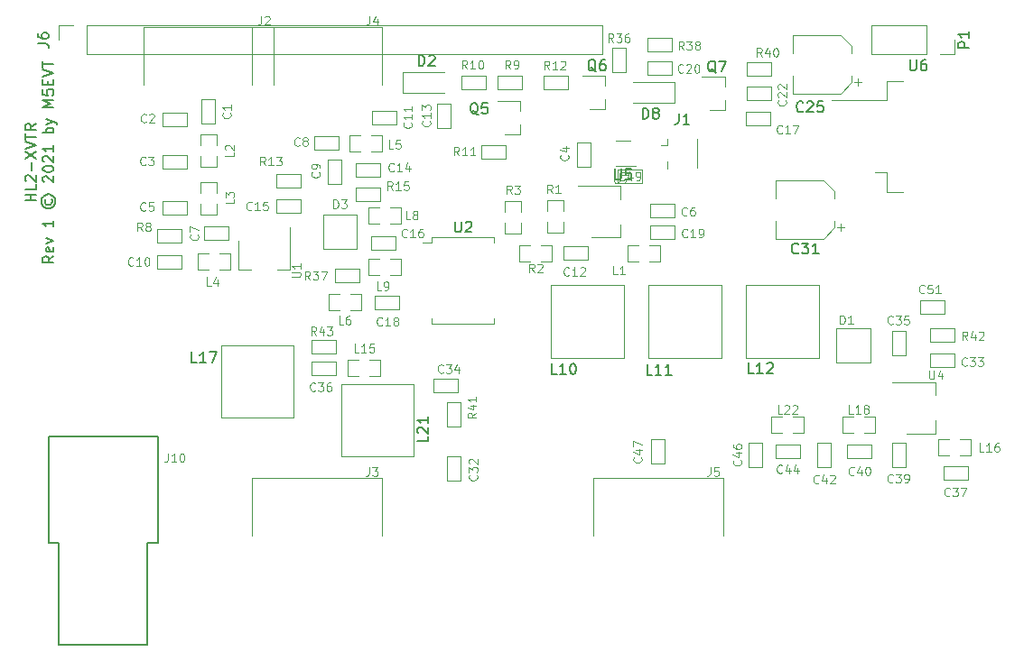
<source format=gbr>
G04 #@! TF.GenerationSoftware,KiCad,Pcbnew,5.1.10-88a1d61d58~90~ubuntu20.04.1*
G04 #@! TF.CreationDate,2021-09-05T16:54:04+01:00*
G04 #@! TF.ProjectId,hl2_6xvtr,686c325f-3678-4767-9472-2e6b69636164,1*
G04 #@! TF.SameCoordinates,PX3dfd240PY3473bc0*
G04 #@! TF.FileFunction,Legend,Top*
G04 #@! TF.FilePolarity,Positive*
%FSLAX46Y46*%
G04 Gerber Fmt 4.6, Leading zero omitted, Abs format (unit mm)*
G04 Created by KiCad (PCBNEW 5.1.10-88a1d61d58~90~ubuntu20.04.1) date 2021-09-05 16:54:04*
%MOMM*%
%LPD*%
G01*
G04 APERTURE LIST*
%ADD10C,0.150000*%
%ADD11C,0.120000*%
%ADD12C,0.100000*%
G04 APERTURE END LIST*
D10*
X5677380Y-16221428D02*
X4677380Y-16221428D01*
X5153571Y-16221428D02*
X5153571Y-15650000D01*
X5677380Y-15650000D02*
X4677380Y-15650000D01*
X5677380Y-14697619D02*
X5677380Y-15173809D01*
X4677380Y-15173809D01*
X4772619Y-14411904D02*
X4725000Y-14364285D01*
X4677380Y-14269047D01*
X4677380Y-14030952D01*
X4725000Y-13935714D01*
X4772619Y-13888095D01*
X4867857Y-13840476D01*
X4963095Y-13840476D01*
X5105952Y-13888095D01*
X5677380Y-14459523D01*
X5677380Y-13840476D01*
X5296428Y-13411904D02*
X5296428Y-12650000D01*
X4677380Y-12269047D02*
X5677380Y-11602380D01*
X4677380Y-11602380D02*
X5677380Y-12269047D01*
X4677380Y-11364285D02*
X5677380Y-11030952D01*
X4677380Y-10697619D01*
X4677380Y-10507142D02*
X4677380Y-9935714D01*
X5677380Y-10221428D02*
X4677380Y-10221428D01*
X5677380Y-9030952D02*
X5201190Y-9364285D01*
X5677380Y-9602380D02*
X4677380Y-9602380D01*
X4677380Y-9221428D01*
X4725000Y-9126190D01*
X4772619Y-9078571D01*
X4867857Y-9030952D01*
X5010714Y-9030952D01*
X5105952Y-9078571D01*
X5153571Y-9126190D01*
X5201190Y-9221428D01*
X5201190Y-9602380D01*
X7327380Y-21435714D02*
X6851190Y-21769047D01*
X7327380Y-22007142D02*
X6327380Y-22007142D01*
X6327380Y-21626190D01*
X6375000Y-21530952D01*
X6422619Y-21483333D01*
X6517857Y-21435714D01*
X6660714Y-21435714D01*
X6755952Y-21483333D01*
X6803571Y-21530952D01*
X6851190Y-21626190D01*
X6851190Y-22007142D01*
X7279761Y-20626190D02*
X7327380Y-20721428D01*
X7327380Y-20911904D01*
X7279761Y-21007142D01*
X7184523Y-21054761D01*
X6803571Y-21054761D01*
X6708333Y-21007142D01*
X6660714Y-20911904D01*
X6660714Y-20721428D01*
X6708333Y-20626190D01*
X6803571Y-20578571D01*
X6898809Y-20578571D01*
X6994047Y-21054761D01*
X6660714Y-20245238D02*
X7327380Y-20007142D01*
X6660714Y-19769047D01*
X7327380Y-18102380D02*
X7327380Y-18673809D01*
X7327380Y-18388095D02*
X6327380Y-18388095D01*
X6470238Y-18483333D01*
X6565476Y-18578571D01*
X6613095Y-18673809D01*
X6565476Y-16102380D02*
X6517857Y-16197619D01*
X6517857Y-16388095D01*
X6565476Y-16483333D01*
X6660714Y-16578571D01*
X6755952Y-16626190D01*
X6946428Y-16626190D01*
X7041666Y-16578571D01*
X7136904Y-16483333D01*
X7184523Y-16388095D01*
X7184523Y-16197619D01*
X7136904Y-16102380D01*
X6184523Y-16292857D02*
X6232142Y-16530952D01*
X6375000Y-16769047D01*
X6613095Y-16911904D01*
X6851190Y-16959523D01*
X7089285Y-16911904D01*
X7327380Y-16769047D01*
X7470238Y-16530952D01*
X7517857Y-16292857D01*
X7470238Y-16054761D01*
X7327380Y-15816666D01*
X7089285Y-15673809D01*
X6851190Y-15626190D01*
X6613095Y-15673809D01*
X6375000Y-15816666D01*
X6232142Y-16054761D01*
X6184523Y-16292857D01*
X6422619Y-14483333D02*
X6375000Y-14435714D01*
X6327380Y-14340476D01*
X6327380Y-14102380D01*
X6375000Y-14007142D01*
X6422619Y-13959523D01*
X6517857Y-13911904D01*
X6613095Y-13911904D01*
X6755952Y-13959523D01*
X7327380Y-14530952D01*
X7327380Y-13911904D01*
X6327380Y-13292857D02*
X6327380Y-13197619D01*
X6375000Y-13102380D01*
X6422619Y-13054761D01*
X6517857Y-13007142D01*
X6708333Y-12959523D01*
X6946428Y-12959523D01*
X7136904Y-13007142D01*
X7232142Y-13054761D01*
X7279761Y-13102380D01*
X7327380Y-13197619D01*
X7327380Y-13292857D01*
X7279761Y-13388095D01*
X7232142Y-13435714D01*
X7136904Y-13483333D01*
X6946428Y-13530952D01*
X6708333Y-13530952D01*
X6517857Y-13483333D01*
X6422619Y-13435714D01*
X6375000Y-13388095D01*
X6327380Y-13292857D01*
X6422619Y-12578571D02*
X6375000Y-12530952D01*
X6327380Y-12435714D01*
X6327380Y-12197619D01*
X6375000Y-12102380D01*
X6422619Y-12054761D01*
X6517857Y-12007142D01*
X6613095Y-12007142D01*
X6755952Y-12054761D01*
X7327380Y-12626190D01*
X7327380Y-12007142D01*
X7327380Y-11054761D02*
X7327380Y-11626190D01*
X7327380Y-11340476D02*
X6327380Y-11340476D01*
X6470238Y-11435714D01*
X6565476Y-11530952D01*
X6613095Y-11626190D01*
X7327380Y-9864285D02*
X6327380Y-9864285D01*
X6708333Y-9864285D02*
X6660714Y-9769047D01*
X6660714Y-9578571D01*
X6708333Y-9483333D01*
X6755952Y-9435714D01*
X6851190Y-9388095D01*
X7136904Y-9388095D01*
X7232142Y-9435714D01*
X7279761Y-9483333D01*
X7327380Y-9578571D01*
X7327380Y-9769047D01*
X7279761Y-9864285D01*
X6660714Y-9054761D02*
X7327380Y-8816666D01*
X6660714Y-8578571D02*
X7327380Y-8816666D01*
X7565476Y-8911904D01*
X7613095Y-8959523D01*
X7660714Y-9054761D01*
X7327380Y-7435714D02*
X6327380Y-7435714D01*
X7041666Y-7102380D01*
X6327380Y-6769047D01*
X7327380Y-6769047D01*
X6327380Y-5816666D02*
X6327380Y-6292857D01*
X6803571Y-6340476D01*
X6755952Y-6292857D01*
X6708333Y-6197619D01*
X6708333Y-5959523D01*
X6755952Y-5864285D01*
X6803571Y-5816666D01*
X6898809Y-5769047D01*
X7136904Y-5769047D01*
X7232142Y-5816666D01*
X7279761Y-5864285D01*
X7327380Y-5959523D01*
X7327380Y-6197619D01*
X7279761Y-6292857D01*
X7232142Y-6340476D01*
X6803571Y-5340476D02*
X6803571Y-5007142D01*
X7327380Y-4864285D02*
X7327380Y-5340476D01*
X6327380Y-5340476D01*
X6327380Y-4864285D01*
X6327380Y-4578571D02*
X7327380Y-4245238D01*
X6327380Y-3911904D01*
X6327380Y-3721428D02*
X6327380Y-3150000D01*
X7327380Y-3435714D02*
X6327380Y-3435714D01*
D11*
X60478000Y-14863000D02*
X60478000Y-16063000D01*
X56478000Y-14863000D02*
X60478000Y-14863000D01*
X60478000Y-19663000D02*
X57778000Y-19663000D01*
X60478000Y-18463000D02*
X60478000Y-19663000D01*
X90005500Y-33278000D02*
X90005500Y-34478000D01*
X86005500Y-33278000D02*
X90005500Y-33278000D01*
X90005500Y-38078000D02*
X87305500Y-38078000D01*
X90005500Y-36878000D02*
X90005500Y-38078000D01*
X29475000Y-22726000D02*
X28275000Y-22726000D01*
X29475000Y-18726000D02*
X29475000Y-22726000D01*
X24675000Y-22726000D02*
X24675000Y-20026000D01*
X25875000Y-22726000D02*
X24675000Y-22726000D01*
X61430000Y-10642000D02*
X60030000Y-10642000D01*
X60030000Y-12962000D02*
X61930000Y-12962000D01*
D12*
X51205000Y-16247000D02*
X51205000Y-17263000D01*
X49681000Y-16247000D02*
X51205000Y-16247000D01*
X49681000Y-17263000D02*
X49681000Y-16247000D01*
X49681000Y-19295000D02*
X49681000Y-18279000D01*
X51205000Y-19295000D02*
X49681000Y-19295000D01*
X51205000Y-18279000D02*
X51205000Y-19295000D01*
X54062500Y-21962000D02*
X53046500Y-21962000D01*
X54062500Y-20438000D02*
X54062500Y-21962000D01*
X53046500Y-20438000D02*
X54062500Y-20438000D01*
X51014500Y-20438000D02*
X52030500Y-20438000D01*
X51014500Y-21962000D02*
X51014500Y-20438000D01*
X52030500Y-21962000D02*
X51014500Y-21962000D01*
X55142000Y-16183500D02*
X55142000Y-17199500D01*
X53618000Y-16183500D02*
X55142000Y-16183500D01*
X53618000Y-17199500D02*
X53618000Y-16183500D01*
X53618000Y-19231500D02*
X53618000Y-18215500D01*
X55142000Y-19231500D02*
X53618000Y-19231500D01*
X55142000Y-18215500D02*
X55142000Y-19231500D01*
X88619200Y-26838800D02*
X88619200Y-25568800D01*
X90905200Y-26838800D02*
X88619200Y-26838800D01*
X90905200Y-25568800D02*
X90905200Y-26838800D01*
X88619200Y-25568800D02*
X90905200Y-25568800D01*
X62508000Y-13326000D02*
X62508000Y-14596000D01*
X60222000Y-13326000D02*
X62508000Y-13326000D01*
X60222000Y-14596000D02*
X60222000Y-13326000D01*
X62508000Y-14596000D02*
X60222000Y-14596000D01*
D11*
X75054400Y-14299800D02*
X75054400Y-15999800D01*
X75054400Y-19819800D02*
X75054400Y-18119800D01*
X79509963Y-19819800D02*
X75054400Y-19819800D01*
X79509963Y-14299800D02*
X75054400Y-14299800D01*
X80574400Y-15364237D02*
X80574400Y-15999800D01*
X80574400Y-18755363D02*
X80574400Y-18119800D01*
X80574400Y-18755363D02*
X79509963Y-19819800D01*
X80574400Y-15364237D02*
X79509963Y-14299800D01*
X81439400Y-18744800D02*
X80814400Y-18744800D01*
X81126900Y-19057300D02*
X81126900Y-18432300D01*
X76664400Y-660000D02*
X76664400Y-2360000D01*
X76664400Y-6180000D02*
X76664400Y-4480000D01*
X81119963Y-6180000D02*
X76664400Y-6180000D01*
X81119963Y-660000D02*
X76664400Y-660000D01*
X82184400Y-1724437D02*
X82184400Y-2360000D01*
X82184400Y-5115563D02*
X82184400Y-4480000D01*
X82184400Y-5115563D02*
X81119963Y-6180000D01*
X82184400Y-1724437D02*
X81119963Y-660000D01*
X83049400Y-5105000D02*
X82424400Y-5105000D01*
X82736900Y-5417500D02*
X82736900Y-4792500D01*
X48665000Y-20184000D02*
X48665000Y-19676000D01*
X48665000Y-19676000D02*
X42823000Y-19676000D01*
X42823000Y-19676000D02*
X42823000Y-20184000D01*
X42823000Y-20184000D02*
X41934000Y-20184000D01*
X42823000Y-27296000D02*
X42823000Y-27804000D01*
X42823000Y-27804000D02*
X48665000Y-27804000D01*
X48665000Y-27804000D02*
X48665000Y-27296000D01*
D12*
X33780600Y-29353400D02*
X33780600Y-30623400D01*
X31494600Y-29353400D02*
X33780600Y-29353400D01*
X31494600Y-30623400D02*
X31494600Y-29353400D01*
X33780600Y-30623400D02*
X31494600Y-30623400D01*
X91845000Y-28248500D02*
X91845000Y-29518500D01*
X89559000Y-28248500D02*
X91845000Y-28248500D01*
X89559000Y-29518500D02*
X89559000Y-28248500D01*
X91845000Y-29518500D02*
X89559000Y-29518500D01*
X44194600Y-35144600D02*
X45464600Y-35144600D01*
X44194600Y-37430600D02*
X44194600Y-35144600D01*
X45464600Y-37430600D02*
X44194600Y-37430600D01*
X45464600Y-35144600D02*
X45464600Y-37430600D01*
X72312400Y-4512200D02*
X72312400Y-3242200D01*
X74598400Y-4512200D02*
X72312400Y-4512200D01*
X74598400Y-3242200D02*
X74598400Y-4512200D01*
X72312400Y-3242200D02*
X74598400Y-3242200D01*
X63041400Y-2251600D02*
X63041400Y-981600D01*
X65327400Y-2251600D02*
X63041400Y-2251600D01*
X65327400Y-981600D02*
X65327400Y-2251600D01*
X63041400Y-981600D02*
X65327400Y-981600D01*
X36041200Y-22622400D02*
X36041200Y-23892400D01*
X33755200Y-22622400D02*
X36041200Y-22622400D01*
X33755200Y-23892400D02*
X33755200Y-22622400D01*
X36041200Y-23892400D02*
X33755200Y-23892400D01*
X59714000Y-1921400D02*
X60984000Y-1921400D01*
X59714000Y-4207400D02*
X59714000Y-1921400D01*
X60984000Y-4207400D02*
X59714000Y-4207400D01*
X60984000Y-1921400D02*
X60984000Y-4207400D01*
X37971600Y-15002400D02*
X37971600Y-16272400D01*
X35685600Y-15002400D02*
X37971600Y-15002400D01*
X35685600Y-16272400D02*
X35685600Y-15002400D01*
X37971600Y-16272400D02*
X35685600Y-16272400D01*
X30504000Y-13707000D02*
X30504000Y-14977000D01*
X28218000Y-13707000D02*
X30504000Y-13707000D01*
X28218000Y-14977000D02*
X28218000Y-13707000D01*
X30504000Y-14977000D02*
X28218000Y-14977000D01*
X55573800Y-4486800D02*
X55573800Y-5756800D01*
X53287800Y-4486800D02*
X55573800Y-4486800D01*
X53287800Y-5756800D02*
X53287800Y-4486800D01*
X55573800Y-5756800D02*
X53287800Y-5756800D01*
X49706400Y-11040000D02*
X49706400Y-12310000D01*
X47420400Y-11040000D02*
X49706400Y-11040000D01*
X47420400Y-12310000D02*
X47420400Y-11040000D01*
X49706400Y-12310000D02*
X47420400Y-12310000D01*
X47852200Y-4486800D02*
X47852200Y-5756800D01*
X45566200Y-4486800D02*
X47852200Y-4486800D01*
X45566200Y-5756800D02*
X45566200Y-4486800D01*
X47852200Y-5756800D02*
X45566200Y-5756800D01*
X51255800Y-4486800D02*
X51255800Y-5756800D01*
X48969800Y-4486800D02*
X51255800Y-4486800D01*
X48969800Y-5756800D02*
X48969800Y-4486800D01*
X51255800Y-5756800D02*
X48969800Y-5756800D01*
X19328000Y-18914000D02*
X19328000Y-20184000D01*
X17042000Y-18914000D02*
X19328000Y-18914000D01*
X17042000Y-20184000D02*
X17042000Y-18914000D01*
X19328000Y-20184000D02*
X17042000Y-20184000D01*
X64667000Y-38599000D02*
X64667000Y-40885000D01*
X64667000Y-40885000D02*
X63397000Y-40885000D01*
X63397000Y-40885000D02*
X63397000Y-38599000D01*
X63397000Y-38599000D02*
X64667000Y-38599000D01*
X72541000Y-41266000D02*
X72541000Y-38980000D01*
X72541000Y-38980000D02*
X73811000Y-38980000D01*
X73811000Y-38980000D02*
X73811000Y-41266000D01*
X73811000Y-41266000D02*
X72541000Y-41266000D01*
X75081000Y-39170500D02*
X77367000Y-39170500D01*
X77367000Y-39170500D02*
X77367000Y-40440500D01*
X77367000Y-40440500D02*
X75081000Y-40440500D01*
X75081000Y-40440500D02*
X75081000Y-39170500D01*
X84034500Y-40440500D02*
X81748500Y-40440500D01*
X81748500Y-40440500D02*
X81748500Y-39170500D01*
X81748500Y-39170500D02*
X84034500Y-39170500D01*
X84034500Y-39170500D02*
X84034500Y-40440500D01*
X85939500Y-41266000D02*
X85939500Y-38980000D01*
X85939500Y-38980000D02*
X87209500Y-38980000D01*
X87209500Y-38980000D02*
X87209500Y-41266000D01*
X87209500Y-41266000D02*
X85939500Y-41266000D01*
X90829000Y-41202500D02*
X93115000Y-41202500D01*
X93115000Y-41202500D02*
X93115000Y-42472500D01*
X93115000Y-42472500D02*
X90829000Y-42472500D01*
X90829000Y-42472500D02*
X90829000Y-41202500D01*
X33780600Y-32579200D02*
X31494600Y-32579200D01*
X31494600Y-32579200D02*
X31494600Y-31309200D01*
X31494600Y-31309200D02*
X33780600Y-31309200D01*
X33780600Y-31309200D02*
X33780600Y-32579200D01*
X85939500Y-30788500D02*
X85939500Y-28502500D01*
X85939500Y-28502500D02*
X87209500Y-28502500D01*
X87209500Y-28502500D02*
X87209500Y-30788500D01*
X87209500Y-30788500D02*
X85939500Y-30788500D01*
X42950000Y-32960200D02*
X45236000Y-32960200D01*
X45236000Y-32960200D02*
X45236000Y-34230200D01*
X45236000Y-34230200D02*
X42950000Y-34230200D01*
X42950000Y-34230200D02*
X42950000Y-32960200D01*
X89559000Y-30598000D02*
X91845000Y-30598000D01*
X91845000Y-30598000D02*
X91845000Y-31868000D01*
X91845000Y-31868000D02*
X89559000Y-31868000D01*
X89559000Y-31868000D02*
X89559000Y-30598000D01*
X45464600Y-40250000D02*
X45464600Y-42536000D01*
X45464600Y-42536000D02*
X44194600Y-42536000D01*
X44194600Y-42536000D02*
X44194600Y-40250000D01*
X44194600Y-40250000D02*
X45464600Y-40250000D01*
X74598400Y-6798200D02*
X72312400Y-6798200D01*
X72312400Y-6798200D02*
X72312400Y-5528200D01*
X72312400Y-5528200D02*
X74598400Y-5528200D01*
X74598400Y-5528200D02*
X74598400Y-6798200D01*
X63016000Y-3140600D02*
X65302000Y-3140600D01*
X65302000Y-3140600D02*
X65302000Y-4410600D01*
X65302000Y-4410600D02*
X63016000Y-4410600D01*
X63016000Y-4410600D02*
X63016000Y-3140600D01*
X63270000Y-18533000D02*
X65556000Y-18533000D01*
X65556000Y-18533000D02*
X65556000Y-19803000D01*
X65556000Y-19803000D02*
X63270000Y-19803000D01*
X63270000Y-19803000D02*
X63270000Y-18533000D01*
X39749600Y-26407000D02*
X37463600Y-26407000D01*
X37463600Y-26407000D02*
X37463600Y-25137000D01*
X37463600Y-25137000D02*
X39749600Y-25137000D01*
X39749600Y-25137000D02*
X39749600Y-26407000D01*
X74573000Y-9185800D02*
X72287000Y-9185800D01*
X72287000Y-9185800D02*
X72287000Y-7915800D01*
X72287000Y-7915800D02*
X74573000Y-7915800D01*
X74573000Y-7915800D02*
X74573000Y-9185800D01*
X39394000Y-20819000D02*
X37108000Y-20819000D01*
X37108000Y-20819000D02*
X37108000Y-19549000D01*
X37108000Y-19549000D02*
X39394000Y-19549000D01*
X39394000Y-19549000D02*
X39394000Y-20819000D01*
X28218000Y-16120000D02*
X30504000Y-16120000D01*
X30504000Y-16120000D02*
X30504000Y-17390000D01*
X30504000Y-17390000D02*
X28218000Y-17390000D01*
X28218000Y-17390000D02*
X28218000Y-16120000D01*
X43331000Y-9389000D02*
X43331000Y-7103000D01*
X43331000Y-7103000D02*
X44601000Y-7103000D01*
X44601000Y-7103000D02*
X44601000Y-9389000D01*
X44601000Y-9389000D02*
X43331000Y-9389000D01*
X57428000Y-21784200D02*
X55142000Y-21784200D01*
X55142000Y-21784200D02*
X55142000Y-20514200D01*
X55142000Y-20514200D02*
X57428000Y-20514200D01*
X57428000Y-20514200D02*
X57428000Y-21784200D01*
X39470200Y-9109600D02*
X37184200Y-9109600D01*
X37184200Y-9109600D02*
X37184200Y-7839600D01*
X37184200Y-7839600D02*
X39470200Y-7839600D01*
X39470200Y-7839600D02*
X39470200Y-9109600D01*
X17042000Y-21327000D02*
X19328000Y-21327000D01*
X19328000Y-21327000D02*
X19328000Y-22597000D01*
X19328000Y-22597000D02*
X17042000Y-22597000D01*
X17042000Y-22597000D02*
X17042000Y-21327000D01*
X33044000Y-14697600D02*
X33044000Y-12411600D01*
X33044000Y-12411600D02*
X34314000Y-12411600D01*
X34314000Y-12411600D02*
X34314000Y-14697600D01*
X34314000Y-14697600D02*
X33044000Y-14697600D01*
X23773000Y-19930000D02*
X21487000Y-19930000D01*
X21487000Y-19930000D02*
X21487000Y-18660000D01*
X21487000Y-18660000D02*
X23773000Y-18660000D01*
X23773000Y-18660000D02*
X23773000Y-19930000D01*
X63270000Y-16501000D02*
X65556000Y-16501000D01*
X65556000Y-16501000D02*
X65556000Y-17771000D01*
X65556000Y-17771000D02*
X63270000Y-17771000D01*
X63270000Y-17771000D02*
X63270000Y-16501000D01*
X19836000Y-17517000D02*
X17550000Y-17517000D01*
X17550000Y-17517000D02*
X17550000Y-16247000D01*
X17550000Y-16247000D02*
X19836000Y-16247000D01*
X19836000Y-16247000D02*
X19836000Y-17517000D01*
X56412000Y-13072000D02*
X56412000Y-10786000D01*
X56412000Y-10786000D02*
X57682000Y-10786000D01*
X57682000Y-10786000D02*
X57682000Y-13072000D01*
X57682000Y-13072000D02*
X56412000Y-13072000D01*
X19836000Y-13199000D02*
X17550000Y-13199000D01*
X17550000Y-13199000D02*
X17550000Y-11929000D01*
X17550000Y-11929000D02*
X19836000Y-11929000D01*
X19836000Y-11929000D02*
X19836000Y-13199000D01*
X19836000Y-9262000D02*
X17550000Y-9262000D01*
X17550000Y-9262000D02*
X17550000Y-7992000D01*
X17550000Y-7992000D02*
X19836000Y-7992000D01*
X19836000Y-7992000D02*
X19836000Y-9262000D01*
X21233000Y-9008000D02*
X21233000Y-6722000D01*
X21233000Y-6722000D02*
X22503000Y-6722000D01*
X22503000Y-6722000D02*
X22503000Y-9008000D01*
X22503000Y-9008000D02*
X21233000Y-9008000D01*
X35203000Y-25010000D02*
X36219000Y-25010000D01*
X36219000Y-25010000D02*
X36219000Y-26534000D01*
X36219000Y-26534000D02*
X35203000Y-26534000D01*
X34187000Y-26534000D02*
X33171000Y-26534000D01*
X33171000Y-26534000D02*
X33171000Y-25010000D01*
X33171000Y-25010000D02*
X34187000Y-25010000D01*
D11*
X53987000Y-30991000D02*
X53987000Y-24181000D01*
X53987000Y-30991000D02*
X60797000Y-30991000D01*
X53987000Y-24181000D02*
X60797000Y-24181000D01*
X60797000Y-24181000D02*
X60797000Y-30991000D01*
X67645000Y-10452000D02*
X67645000Y-13152000D01*
X64925000Y-11042000D02*
X64295000Y-11042000D01*
X64925000Y-13202000D02*
X64925000Y-12562000D01*
X64925000Y-10402000D02*
X64925000Y-11042000D01*
X89188000Y196000D02*
X89188000Y-2464000D01*
X89188000Y196000D02*
X84048000Y196000D01*
X84048000Y196000D02*
X84048000Y-2464000D01*
X89188000Y-2464000D02*
X84048000Y-2464000D01*
X91788000Y-2464000D02*
X90458000Y-2464000D01*
X91788000Y-1134000D02*
X91788000Y-2464000D01*
X10438000Y-2464000D02*
X10438000Y196000D01*
X10438000Y-2464000D02*
X58758000Y-2464000D01*
X58758000Y-2464000D02*
X58758000Y196000D01*
X10438000Y196000D02*
X58758000Y196000D01*
X7838000Y196000D02*
X9168000Y196000D01*
X7838000Y-1134000D02*
X7838000Y196000D01*
X86956500Y-5014500D02*
X85456500Y-5014500D01*
X85456500Y-5014500D02*
X85456500Y-6824500D01*
X85456500Y-6824500D02*
X80331500Y-6824500D01*
X86956500Y-15414500D02*
X85456500Y-15414500D01*
X85456500Y-15414500D02*
X85456500Y-13604500D01*
X85456500Y-13604500D02*
X84356500Y-13604500D01*
D12*
X76668500Y-36503500D02*
X77684500Y-36503500D01*
X77684500Y-36503500D02*
X77684500Y-38027500D01*
X77684500Y-38027500D02*
X76668500Y-38027500D01*
X75652500Y-38027500D02*
X74636500Y-38027500D01*
X74636500Y-38027500D02*
X74636500Y-36503500D01*
X74636500Y-36503500D02*
X75652500Y-36503500D01*
D11*
X41120500Y-33443500D02*
X41120500Y-40253500D01*
X41120500Y-33443500D02*
X34310500Y-33443500D01*
X41120500Y-40253500D02*
X34310500Y-40253500D01*
X34310500Y-40253500D02*
X34310500Y-33443500D01*
D12*
X83336000Y-36503500D02*
X84352000Y-36503500D01*
X84352000Y-36503500D02*
X84352000Y-38027500D01*
X84352000Y-38027500D02*
X83336000Y-38027500D01*
X82320000Y-38027500D02*
X81304000Y-38027500D01*
X81304000Y-38027500D02*
X81304000Y-36503500D01*
X81304000Y-36503500D02*
X82320000Y-36503500D01*
D11*
X23062500Y-29824000D02*
X29872500Y-29824000D01*
X23062500Y-29824000D02*
X23062500Y-36634000D01*
X29872500Y-29824000D02*
X29872500Y-36634000D01*
X29872500Y-36634000D02*
X23062500Y-36634000D01*
D12*
X92289500Y-38599000D02*
X93305500Y-38599000D01*
X93305500Y-38599000D02*
X93305500Y-40123000D01*
X93305500Y-40123000D02*
X92289500Y-40123000D01*
X91273500Y-40123000D02*
X90257500Y-40123000D01*
X90257500Y-40123000D02*
X90257500Y-38599000D01*
X90257500Y-38599000D02*
X91273500Y-38599000D01*
X36981000Y-31169500D02*
X37997000Y-31169500D01*
X37997000Y-31169500D02*
X37997000Y-32693500D01*
X37997000Y-32693500D02*
X36981000Y-32693500D01*
X35965000Y-32693500D02*
X34949000Y-32693500D01*
X34949000Y-32693500D02*
X34949000Y-31169500D01*
X34949000Y-31169500D02*
X35965000Y-31169500D01*
X37895400Y-23257400D02*
X36879400Y-23257400D01*
X36879400Y-23257400D02*
X36879400Y-21733400D01*
X36879400Y-21733400D02*
X37895400Y-21733400D01*
X38911400Y-21733400D02*
X39927400Y-21733400D01*
X39927400Y-21733400D02*
X39927400Y-23257400D01*
X39927400Y-23257400D02*
X38911400Y-23257400D01*
X37870000Y-18406000D02*
X36854000Y-18406000D01*
X36854000Y-18406000D02*
X36854000Y-16882000D01*
X36854000Y-16882000D02*
X37870000Y-16882000D01*
X38886000Y-16882000D02*
X39902000Y-16882000D01*
X39902000Y-16882000D02*
X39902000Y-18406000D01*
X39902000Y-18406000D02*
X38886000Y-18406000D01*
X36092000Y-11598800D02*
X35076000Y-11598800D01*
X35076000Y-11598800D02*
X35076000Y-10074800D01*
X35076000Y-10074800D02*
X36092000Y-10074800D01*
X37108000Y-10074800D02*
X38124000Y-10074800D01*
X38124000Y-10074800D02*
X38124000Y-11598800D01*
X38124000Y-11598800D02*
X37108000Y-11598800D01*
X21868000Y-22724000D02*
X20852000Y-22724000D01*
X20852000Y-22724000D02*
X20852000Y-21200000D01*
X20852000Y-21200000D02*
X21868000Y-21200000D01*
X22884000Y-21200000D02*
X23900000Y-21200000D01*
X23900000Y-21200000D02*
X23900000Y-22724000D01*
X23900000Y-22724000D02*
X22884000Y-22724000D01*
X21106000Y-15485000D02*
X21106000Y-14469000D01*
X21106000Y-14469000D02*
X22630000Y-14469000D01*
X22630000Y-14469000D02*
X22630000Y-15485000D01*
X22630000Y-16501000D02*
X22630000Y-17517000D01*
X22630000Y-17517000D02*
X21106000Y-17517000D01*
X21106000Y-17517000D02*
X21106000Y-16501000D01*
X21106000Y-11040000D02*
X21106000Y-10024000D01*
X21106000Y-10024000D02*
X22630000Y-10024000D01*
X22630000Y-10024000D02*
X22630000Y-11040000D01*
X22630000Y-12056000D02*
X22630000Y-13072000D01*
X22630000Y-13072000D02*
X21106000Y-13072000D01*
X21106000Y-13072000D02*
X21106000Y-12056000D01*
X63206500Y-20387200D02*
X64222500Y-20387200D01*
X64222500Y-20387200D02*
X64222500Y-21911200D01*
X64222500Y-21911200D02*
X63206500Y-21911200D01*
X62190500Y-21911200D02*
X61174500Y-21911200D01*
X61174500Y-21911200D02*
X61174500Y-20387200D01*
X61174500Y-20387200D02*
X62190500Y-20387200D01*
X70100000Y-42300000D02*
X70100000Y-47700000D01*
X57900000Y-42300000D02*
X70100000Y-42300000D01*
X57900000Y-47700000D02*
X57900000Y-42300000D01*
X38100000Y-42300000D02*
X38100000Y-47700000D01*
X25900000Y-42300000D02*
X38100000Y-42300000D01*
X25900000Y-47700000D02*
X25900000Y-42300000D01*
X32587000Y-20784000D02*
X35787000Y-20784000D01*
X35787000Y-20784000D02*
X35787000Y-17584000D01*
X35787000Y-17584000D02*
X32587000Y-17584000D01*
X32587000Y-17584000D02*
X32587000Y-20784000D01*
X80736000Y-28236000D02*
X80736000Y-31436000D01*
X80736000Y-31436000D02*
X83936000Y-31436000D01*
X83936000Y-31436000D02*
X83936000Y-28236000D01*
X83936000Y-28236000D02*
X80736000Y-28236000D01*
D11*
X72275000Y-30991000D02*
X72275000Y-24181000D01*
X72275000Y-30991000D02*
X79085000Y-30991000D01*
X72275000Y-24181000D02*
X79085000Y-24181000D01*
X79085000Y-24181000D02*
X79085000Y-30991000D01*
X63131000Y-30991000D02*
X63131000Y-24181000D01*
X63131000Y-30991000D02*
X69941000Y-30991000D01*
X63131000Y-24181000D02*
X69941000Y-24181000D01*
X69941000Y-24181000D02*
X69941000Y-30991000D01*
D12*
X38128000Y42000D02*
X38128000Y-5358000D01*
X25928000Y42000D02*
X38128000Y42000D01*
X25928000Y-5358000D02*
X25928000Y42000D01*
X27968000Y42000D02*
X27968000Y-5358000D01*
X15768000Y42000D02*
X27968000Y42000D01*
X15768000Y-5358000D02*
X15768000Y42000D01*
X78954500Y-38980000D02*
X80224500Y-38980000D01*
X78954500Y-41266000D02*
X78954500Y-38980000D01*
X80224500Y-41266000D02*
X78954500Y-41266000D01*
X80224500Y-38980000D02*
X80224500Y-41266000D01*
X37946200Y-12716400D02*
X37946200Y-13986400D01*
X35660200Y-12716400D02*
X37946200Y-12716400D01*
X35660200Y-13986400D02*
X35660200Y-12716400D01*
X37946200Y-13986400D02*
X35660200Y-13986400D01*
X31774000Y-11471800D02*
X31774000Y-10201800D01*
X34060000Y-11471800D02*
X31774000Y-11471800D01*
X34060000Y-10201800D02*
X34060000Y-11471800D01*
X31774000Y-10201800D02*
X34060000Y-10201800D01*
D11*
X70291100Y-7743200D02*
X70291100Y-6813200D01*
X70291100Y-4583200D02*
X70291100Y-5513200D01*
X70291100Y-4583200D02*
X68131100Y-4583200D01*
X70291100Y-7743200D02*
X68831100Y-7743200D01*
X59051600Y-7641600D02*
X59051600Y-6711600D01*
X59051600Y-4481600D02*
X59051600Y-5411600D01*
X59051600Y-4481600D02*
X56891600Y-4481600D01*
X59051600Y-7641600D02*
X57591600Y-7641600D01*
X51101400Y-10003800D02*
X51101400Y-9073800D01*
X51101400Y-6843800D02*
X51101400Y-7773800D01*
X51101400Y-6843800D02*
X48941400Y-6843800D01*
X51101400Y-10003800D02*
X49641400Y-10003800D01*
D10*
X17150000Y-48400000D02*
X17150000Y-38400000D01*
X6850000Y-48400000D02*
X6850000Y-38400000D01*
X17150000Y-38400000D02*
X6850000Y-38400000D01*
X16150000Y-48400000D02*
X16150000Y-57900000D01*
X7850000Y-48400000D02*
X7850000Y-57900000D01*
X16150000Y-57900000D02*
X7850000Y-57900000D01*
X7850000Y-48400000D02*
X6850000Y-48400000D01*
X17150000Y-48400000D02*
X16150000Y-48400000D01*
D11*
X65545400Y-7087000D02*
X65545400Y-5087000D01*
X65545400Y-5087000D02*
X61645400Y-5087000D01*
X65545400Y-7087000D02*
X61645400Y-7087000D01*
X40064000Y-4134500D02*
X40064000Y-6134500D01*
X40064000Y-6134500D02*
X43964000Y-6134500D01*
X40064000Y-4134500D02*
X43964000Y-4134500D01*
D12*
X59917276Y-13776904D02*
X59917276Y-14424523D01*
X59955371Y-14500714D01*
X59993466Y-14538809D01*
X60069657Y-14576904D01*
X60222038Y-14576904D01*
X60298228Y-14538809D01*
X60336323Y-14500714D01*
X60374419Y-14424523D01*
X60374419Y-13776904D01*
X60679180Y-13776904D02*
X61212514Y-13776904D01*
X60869657Y-14576904D01*
X89444776Y-32191904D02*
X89444776Y-32839523D01*
X89482871Y-32915714D01*
X89520966Y-32953809D01*
X89597157Y-32991904D01*
X89749538Y-32991904D01*
X89825728Y-32953809D01*
X89863823Y-32915714D01*
X89901919Y-32839523D01*
X89901919Y-32191904D01*
X90625728Y-32458571D02*
X90625728Y-32991904D01*
X90435252Y-32153809D02*
X90244776Y-32725238D01*
X90740014Y-32725238D01*
X29684904Y-23384323D02*
X30332523Y-23384323D01*
X30408714Y-23346228D01*
X30446809Y-23308133D01*
X30484904Y-23231942D01*
X30484904Y-23079561D01*
X30446809Y-23003371D01*
X30408714Y-22965276D01*
X30332523Y-22927180D01*
X29684904Y-22927180D01*
X30484904Y-22127180D02*
X30484904Y-22584323D01*
X30484904Y-22355752D02*
X29684904Y-22355752D01*
X29799190Y-22431942D01*
X29875380Y-22508133D01*
X29913476Y-22584323D01*
D10*
X59968095Y-13254380D02*
X59968095Y-14063904D01*
X60015714Y-14159142D01*
X60063333Y-14206761D01*
X60158571Y-14254380D01*
X60349047Y-14254380D01*
X60444285Y-14206761D01*
X60491904Y-14159142D01*
X60539523Y-14063904D01*
X60539523Y-13254380D01*
X61491904Y-13254380D02*
X61015714Y-13254380D01*
X60968095Y-13730571D01*
X61015714Y-13682952D01*
X61110952Y-13635333D01*
X61349047Y-13635333D01*
X61444285Y-13682952D01*
X61491904Y-13730571D01*
X61539523Y-13825809D01*
X61539523Y-14063904D01*
X61491904Y-14159142D01*
X61444285Y-14206761D01*
X61349047Y-14254380D01*
X61110952Y-14254380D01*
X61015714Y-14206761D01*
X60968095Y-14159142D01*
D12*
X50309666Y-15592904D02*
X50043000Y-15211952D01*
X49852523Y-15592904D02*
X49852523Y-14792904D01*
X50157285Y-14792904D01*
X50233476Y-14831000D01*
X50271571Y-14869095D01*
X50309666Y-14945285D01*
X50309666Y-15059571D01*
X50271571Y-15135761D01*
X50233476Y-15173857D01*
X50157285Y-15211952D01*
X49852523Y-15211952D01*
X50576333Y-14792904D02*
X51071571Y-14792904D01*
X50804904Y-15097666D01*
X50919190Y-15097666D01*
X50995380Y-15135761D01*
X51033476Y-15173857D01*
X51071571Y-15250047D01*
X51071571Y-15440523D01*
X51033476Y-15516714D01*
X50995380Y-15554809D01*
X50919190Y-15592904D01*
X50690619Y-15592904D01*
X50614428Y-15554809D01*
X50576333Y-15516714D01*
X52405166Y-22961904D02*
X52138500Y-22580952D01*
X51948023Y-22961904D02*
X51948023Y-22161904D01*
X52252785Y-22161904D01*
X52328976Y-22200000D01*
X52367071Y-22238095D01*
X52405166Y-22314285D01*
X52405166Y-22428571D01*
X52367071Y-22504761D01*
X52328976Y-22542857D01*
X52252785Y-22580952D01*
X51948023Y-22580952D01*
X52709928Y-22238095D02*
X52748023Y-22200000D01*
X52824214Y-22161904D01*
X53014690Y-22161904D01*
X53090880Y-22200000D01*
X53128976Y-22238095D01*
X53167071Y-22314285D01*
X53167071Y-22390476D01*
X53128976Y-22504761D01*
X52671833Y-22961904D01*
X53167071Y-22961904D01*
X54119666Y-15529404D02*
X53853000Y-15148452D01*
X53662523Y-15529404D02*
X53662523Y-14729404D01*
X53967285Y-14729404D01*
X54043476Y-14767500D01*
X54081571Y-14805595D01*
X54119666Y-14881785D01*
X54119666Y-14996071D01*
X54081571Y-15072261D01*
X54043476Y-15110357D01*
X53967285Y-15148452D01*
X53662523Y-15148452D01*
X54881571Y-15529404D02*
X54424428Y-15529404D01*
X54653000Y-15529404D02*
X54653000Y-14729404D01*
X54576809Y-14843690D01*
X54500619Y-14919880D01*
X54424428Y-14957976D01*
X88993914Y-24863914D02*
X88955819Y-24902009D01*
X88841533Y-24940104D01*
X88765342Y-24940104D01*
X88651057Y-24902009D01*
X88574866Y-24825819D01*
X88536771Y-24749628D01*
X88498676Y-24597247D01*
X88498676Y-24482961D01*
X88536771Y-24330580D01*
X88574866Y-24254390D01*
X88651057Y-24178200D01*
X88765342Y-24140104D01*
X88841533Y-24140104D01*
X88955819Y-24178200D01*
X88993914Y-24216295D01*
X89717723Y-24140104D02*
X89336771Y-24140104D01*
X89298676Y-24521057D01*
X89336771Y-24482961D01*
X89412961Y-24444866D01*
X89603438Y-24444866D01*
X89679628Y-24482961D01*
X89717723Y-24521057D01*
X89755819Y-24597247D01*
X89755819Y-24787723D01*
X89717723Y-24863914D01*
X89679628Y-24902009D01*
X89603438Y-24940104D01*
X89412961Y-24940104D01*
X89336771Y-24902009D01*
X89298676Y-24863914D01*
X90517723Y-24940104D02*
X90060580Y-24940104D01*
X90289152Y-24940104D02*
X90289152Y-24140104D01*
X90212961Y-24254390D01*
X90136771Y-24330580D01*
X90060580Y-24368676D01*
X60850714Y-14246714D02*
X60812619Y-14284809D01*
X60698333Y-14322904D01*
X60622142Y-14322904D01*
X60507857Y-14284809D01*
X60431666Y-14208619D01*
X60393571Y-14132428D01*
X60355476Y-13980047D01*
X60355476Y-13865761D01*
X60393571Y-13713380D01*
X60431666Y-13637190D01*
X60507857Y-13561000D01*
X60622142Y-13522904D01*
X60698333Y-13522904D01*
X60812619Y-13561000D01*
X60850714Y-13599095D01*
X61536428Y-13789571D02*
X61536428Y-14322904D01*
X61345952Y-13484809D02*
X61155476Y-14056238D01*
X61650714Y-14056238D01*
X61993571Y-14322904D02*
X62145952Y-14322904D01*
X62222142Y-14284809D01*
X62260238Y-14246714D01*
X62336428Y-14132428D01*
X62374523Y-13980047D01*
X62374523Y-13675285D01*
X62336428Y-13599095D01*
X62298333Y-13561000D01*
X62222142Y-13522904D01*
X62069761Y-13522904D01*
X61993571Y-13561000D01*
X61955476Y-13599095D01*
X61917380Y-13675285D01*
X61917380Y-13865761D01*
X61955476Y-13941952D01*
X61993571Y-13980047D01*
X62069761Y-14018142D01*
X62222142Y-14018142D01*
X62298333Y-13980047D01*
X62336428Y-13941952D01*
X62374523Y-13865761D01*
D10*
X77171542Y-21116942D02*
X77123923Y-21164561D01*
X76981066Y-21212180D01*
X76885828Y-21212180D01*
X76742971Y-21164561D01*
X76647733Y-21069323D01*
X76600114Y-20974085D01*
X76552495Y-20783609D01*
X76552495Y-20640752D01*
X76600114Y-20450276D01*
X76647733Y-20355038D01*
X76742971Y-20259800D01*
X76885828Y-20212180D01*
X76981066Y-20212180D01*
X77123923Y-20259800D01*
X77171542Y-20307419D01*
X77504876Y-20212180D02*
X78123923Y-20212180D01*
X77790590Y-20593133D01*
X77933447Y-20593133D01*
X78028685Y-20640752D01*
X78076304Y-20688371D01*
X78123923Y-20783609D01*
X78123923Y-21021704D01*
X78076304Y-21116942D01*
X78028685Y-21164561D01*
X77933447Y-21212180D01*
X77647733Y-21212180D01*
X77552495Y-21164561D01*
X77504876Y-21116942D01*
X79076304Y-21212180D02*
X78504876Y-21212180D01*
X78790590Y-21212180D02*
X78790590Y-20212180D01*
X78695352Y-20355038D01*
X78600114Y-20450276D01*
X78504876Y-20497895D01*
X77613142Y-7815742D02*
X77565523Y-7863361D01*
X77422666Y-7910980D01*
X77327428Y-7910980D01*
X77184571Y-7863361D01*
X77089333Y-7768123D01*
X77041714Y-7672885D01*
X76994095Y-7482409D01*
X76994095Y-7339552D01*
X77041714Y-7149076D01*
X77089333Y-7053838D01*
X77184571Y-6958600D01*
X77327428Y-6910980D01*
X77422666Y-6910980D01*
X77565523Y-6958600D01*
X77613142Y-7006219D01*
X77994095Y-7006219D02*
X78041714Y-6958600D01*
X78136952Y-6910980D01*
X78375047Y-6910980D01*
X78470285Y-6958600D01*
X78517904Y-7006219D01*
X78565523Y-7101457D01*
X78565523Y-7196695D01*
X78517904Y-7339552D01*
X77946476Y-7910980D01*
X78565523Y-7910980D01*
X79470285Y-6910980D02*
X78994095Y-6910980D01*
X78946476Y-7387171D01*
X78994095Y-7339552D01*
X79089333Y-7291933D01*
X79327428Y-7291933D01*
X79422666Y-7339552D01*
X79470285Y-7387171D01*
X79517904Y-7482409D01*
X79517904Y-7720504D01*
X79470285Y-7815742D01*
X79422666Y-7863361D01*
X79327428Y-7910980D01*
X79089333Y-7910980D01*
X78994095Y-7863361D01*
X78946476Y-7815742D01*
X44982095Y-18192380D02*
X44982095Y-19001904D01*
X45029714Y-19097142D01*
X45077333Y-19144761D01*
X45172571Y-19192380D01*
X45363047Y-19192380D01*
X45458285Y-19144761D01*
X45505904Y-19097142D01*
X45553523Y-19001904D01*
X45553523Y-18192380D01*
X45982095Y-18287619D02*
X46029714Y-18240000D01*
X46124952Y-18192380D01*
X46363047Y-18192380D01*
X46458285Y-18240000D01*
X46505904Y-18287619D01*
X46553523Y-18382857D01*
X46553523Y-18478095D01*
X46505904Y-18620952D01*
X45934476Y-19192380D01*
X46553523Y-19192380D01*
D12*
X31945514Y-28851704D02*
X31678847Y-28470752D01*
X31488371Y-28851704D02*
X31488371Y-28051704D01*
X31793133Y-28051704D01*
X31869323Y-28089800D01*
X31907419Y-28127895D01*
X31945514Y-28204085D01*
X31945514Y-28318371D01*
X31907419Y-28394561D01*
X31869323Y-28432657D01*
X31793133Y-28470752D01*
X31488371Y-28470752D01*
X32631228Y-28318371D02*
X32631228Y-28851704D01*
X32440752Y-28013609D02*
X32250276Y-28585038D01*
X32745514Y-28585038D01*
X32974085Y-28051704D02*
X33469323Y-28051704D01*
X33202657Y-28356466D01*
X33316942Y-28356466D01*
X33393133Y-28394561D01*
X33431228Y-28432657D01*
X33469323Y-28508847D01*
X33469323Y-28699323D01*
X33431228Y-28775514D01*
X33393133Y-28813609D01*
X33316942Y-28851704D01*
X33088371Y-28851704D01*
X33012180Y-28813609D01*
X32974085Y-28775514D01*
X93032514Y-29308904D02*
X92765847Y-28927952D01*
X92575371Y-29308904D02*
X92575371Y-28508904D01*
X92880133Y-28508904D01*
X92956323Y-28547000D01*
X92994419Y-28585095D01*
X93032514Y-28661285D01*
X93032514Y-28775571D01*
X92994419Y-28851761D01*
X92956323Y-28889857D01*
X92880133Y-28927952D01*
X92575371Y-28927952D01*
X93718228Y-28775571D02*
X93718228Y-29308904D01*
X93527752Y-28470809D02*
X93337276Y-29042238D01*
X93832514Y-29042238D01*
X94099180Y-28585095D02*
X94137276Y-28547000D01*
X94213466Y-28508904D01*
X94403942Y-28508904D01*
X94480133Y-28547000D01*
X94518228Y-28585095D01*
X94556323Y-28661285D01*
X94556323Y-28737476D01*
X94518228Y-28851761D01*
X94061085Y-29308904D01*
X94556323Y-29308904D01*
X46969504Y-36166885D02*
X46588552Y-36433552D01*
X46969504Y-36624028D02*
X46169504Y-36624028D01*
X46169504Y-36319266D01*
X46207600Y-36243076D01*
X46245695Y-36204980D01*
X46321885Y-36166885D01*
X46436171Y-36166885D01*
X46512361Y-36204980D01*
X46550457Y-36243076D01*
X46588552Y-36319266D01*
X46588552Y-36624028D01*
X46436171Y-35481171D02*
X46969504Y-35481171D01*
X46131409Y-35671647D02*
X46702838Y-35862123D01*
X46702838Y-35366885D01*
X46969504Y-34643076D02*
X46969504Y-35100219D01*
X46969504Y-34871647D02*
X46169504Y-34871647D01*
X46283790Y-34947838D01*
X46359980Y-35024028D01*
X46398076Y-35100219D01*
X73753914Y-2689704D02*
X73487247Y-2308752D01*
X73296771Y-2689704D02*
X73296771Y-1889704D01*
X73601533Y-1889704D01*
X73677723Y-1927800D01*
X73715819Y-1965895D01*
X73753914Y-2042085D01*
X73753914Y-2156371D01*
X73715819Y-2232561D01*
X73677723Y-2270657D01*
X73601533Y-2308752D01*
X73296771Y-2308752D01*
X74439628Y-2156371D02*
X74439628Y-2689704D01*
X74249152Y-1851609D02*
X74058676Y-2423038D01*
X74553914Y-2423038D01*
X75011057Y-1889704D02*
X75087247Y-1889704D01*
X75163438Y-1927800D01*
X75201533Y-1965895D01*
X75239628Y-2042085D01*
X75277723Y-2194466D01*
X75277723Y-2384942D01*
X75239628Y-2537323D01*
X75201533Y-2613514D01*
X75163438Y-2651609D01*
X75087247Y-2689704D01*
X75011057Y-2689704D01*
X74934866Y-2651609D01*
X74896771Y-2613514D01*
X74858676Y-2537323D01*
X74820580Y-2384942D01*
X74820580Y-2194466D01*
X74858676Y-2042085D01*
X74896771Y-1965895D01*
X74934866Y-1927800D01*
X75011057Y-1889704D01*
X66413314Y-2054704D02*
X66146647Y-1673752D01*
X65956171Y-2054704D02*
X65956171Y-1254704D01*
X66260933Y-1254704D01*
X66337123Y-1292800D01*
X66375219Y-1330895D01*
X66413314Y-1407085D01*
X66413314Y-1521371D01*
X66375219Y-1597561D01*
X66337123Y-1635657D01*
X66260933Y-1673752D01*
X65956171Y-1673752D01*
X66679980Y-1254704D02*
X67175219Y-1254704D01*
X66908552Y-1559466D01*
X67022838Y-1559466D01*
X67099028Y-1597561D01*
X67137123Y-1635657D01*
X67175219Y-1711847D01*
X67175219Y-1902323D01*
X67137123Y-1978514D01*
X67099028Y-2016609D01*
X67022838Y-2054704D01*
X66794266Y-2054704D01*
X66718076Y-2016609D01*
X66679980Y-1978514D01*
X67632361Y-1597561D02*
X67556171Y-1559466D01*
X67518076Y-1521371D01*
X67479980Y-1445180D01*
X67479980Y-1407085D01*
X67518076Y-1330895D01*
X67556171Y-1292800D01*
X67632361Y-1254704D01*
X67784742Y-1254704D01*
X67860933Y-1292800D01*
X67899028Y-1330895D01*
X67937123Y-1407085D01*
X67937123Y-1445180D01*
X67899028Y-1521371D01*
X67860933Y-1559466D01*
X67784742Y-1597561D01*
X67632361Y-1597561D01*
X67556171Y-1635657D01*
X67518076Y-1673752D01*
X67479980Y-1749942D01*
X67479980Y-1902323D01*
X67518076Y-1978514D01*
X67556171Y-2016609D01*
X67632361Y-2054704D01*
X67784742Y-2054704D01*
X67860933Y-2016609D01*
X67899028Y-1978514D01*
X67937123Y-1902323D01*
X67937123Y-1749942D01*
X67899028Y-1673752D01*
X67860933Y-1635657D01*
X67784742Y-1597561D01*
X31386714Y-23644704D02*
X31120047Y-23263752D01*
X30929571Y-23644704D02*
X30929571Y-22844704D01*
X31234333Y-22844704D01*
X31310523Y-22882800D01*
X31348619Y-22920895D01*
X31386714Y-22997085D01*
X31386714Y-23111371D01*
X31348619Y-23187561D01*
X31310523Y-23225657D01*
X31234333Y-23263752D01*
X30929571Y-23263752D01*
X31653380Y-22844704D02*
X32148619Y-22844704D01*
X31881952Y-23149466D01*
X31996238Y-23149466D01*
X32072428Y-23187561D01*
X32110523Y-23225657D01*
X32148619Y-23301847D01*
X32148619Y-23492323D01*
X32110523Y-23568514D01*
X32072428Y-23606609D01*
X31996238Y-23644704D01*
X31767666Y-23644704D01*
X31691476Y-23606609D01*
X31653380Y-23568514D01*
X32415285Y-22844704D02*
X32948619Y-22844704D01*
X32605761Y-23644704D01*
X59834714Y-1343504D02*
X59568047Y-962552D01*
X59377571Y-1343504D02*
X59377571Y-543504D01*
X59682333Y-543504D01*
X59758523Y-581600D01*
X59796619Y-619695D01*
X59834714Y-695885D01*
X59834714Y-810171D01*
X59796619Y-886361D01*
X59758523Y-924457D01*
X59682333Y-962552D01*
X59377571Y-962552D01*
X60101380Y-543504D02*
X60596619Y-543504D01*
X60329952Y-848266D01*
X60444238Y-848266D01*
X60520428Y-886361D01*
X60558523Y-924457D01*
X60596619Y-1000647D01*
X60596619Y-1191123D01*
X60558523Y-1267314D01*
X60520428Y-1305409D01*
X60444238Y-1343504D01*
X60215666Y-1343504D01*
X60139476Y-1305409D01*
X60101380Y-1267314D01*
X61282333Y-543504D02*
X61129952Y-543504D01*
X61053761Y-581600D01*
X61015666Y-619695D01*
X60939476Y-733980D01*
X60901380Y-886361D01*
X60901380Y-1191123D01*
X60939476Y-1267314D01*
X60977571Y-1305409D01*
X61053761Y-1343504D01*
X61206142Y-1343504D01*
X61282333Y-1305409D01*
X61320428Y-1267314D01*
X61358523Y-1191123D01*
X61358523Y-1000647D01*
X61320428Y-924457D01*
X61282333Y-886361D01*
X61206142Y-848266D01*
X61053761Y-848266D01*
X60977571Y-886361D01*
X60939476Y-924457D01*
X60901380Y-1000647D01*
X39133714Y-15237304D02*
X38867047Y-14856352D01*
X38676571Y-15237304D02*
X38676571Y-14437304D01*
X38981333Y-14437304D01*
X39057523Y-14475400D01*
X39095619Y-14513495D01*
X39133714Y-14589685D01*
X39133714Y-14703971D01*
X39095619Y-14780161D01*
X39057523Y-14818257D01*
X38981333Y-14856352D01*
X38676571Y-14856352D01*
X39895619Y-15237304D02*
X39438476Y-15237304D01*
X39667047Y-15237304D02*
X39667047Y-14437304D01*
X39590857Y-14551590D01*
X39514666Y-14627780D01*
X39438476Y-14665876D01*
X40619428Y-14437304D02*
X40238476Y-14437304D01*
X40200380Y-14818257D01*
X40238476Y-14780161D01*
X40314666Y-14742066D01*
X40505142Y-14742066D01*
X40581333Y-14780161D01*
X40619428Y-14818257D01*
X40657523Y-14894447D01*
X40657523Y-15084923D01*
X40619428Y-15161114D01*
X40581333Y-15199209D01*
X40505142Y-15237304D01*
X40314666Y-15237304D01*
X40238476Y-15199209D01*
X40200380Y-15161114D01*
X27195714Y-12925904D02*
X26929047Y-12544952D01*
X26738571Y-12925904D02*
X26738571Y-12125904D01*
X27043333Y-12125904D01*
X27119523Y-12164000D01*
X27157619Y-12202095D01*
X27195714Y-12278285D01*
X27195714Y-12392571D01*
X27157619Y-12468761D01*
X27119523Y-12506857D01*
X27043333Y-12544952D01*
X26738571Y-12544952D01*
X27957619Y-12925904D02*
X27500476Y-12925904D01*
X27729047Y-12925904D02*
X27729047Y-12125904D01*
X27652857Y-12240190D01*
X27576666Y-12316380D01*
X27500476Y-12354476D01*
X28224285Y-12125904D02*
X28719523Y-12125904D01*
X28452857Y-12430666D01*
X28567142Y-12430666D01*
X28643333Y-12468761D01*
X28681428Y-12506857D01*
X28719523Y-12583047D01*
X28719523Y-12773523D01*
X28681428Y-12849714D01*
X28643333Y-12887809D01*
X28567142Y-12925904D01*
X28338571Y-12925904D01*
X28262380Y-12887809D01*
X28224285Y-12849714D01*
X53814914Y-3908904D02*
X53548247Y-3527952D01*
X53357771Y-3908904D02*
X53357771Y-3108904D01*
X53662533Y-3108904D01*
X53738723Y-3147000D01*
X53776819Y-3185095D01*
X53814914Y-3261285D01*
X53814914Y-3375571D01*
X53776819Y-3451761D01*
X53738723Y-3489857D01*
X53662533Y-3527952D01*
X53357771Y-3527952D01*
X54576819Y-3908904D02*
X54119676Y-3908904D01*
X54348247Y-3908904D02*
X54348247Y-3108904D01*
X54272057Y-3223190D01*
X54195866Y-3299380D01*
X54119676Y-3337476D01*
X54881580Y-3185095D02*
X54919676Y-3147000D01*
X54995866Y-3108904D01*
X55186342Y-3108904D01*
X55262533Y-3147000D01*
X55300628Y-3185095D01*
X55338723Y-3261285D01*
X55338723Y-3337476D01*
X55300628Y-3451761D01*
X54843485Y-3908904D01*
X55338723Y-3908904D01*
X45356714Y-11986104D02*
X45090047Y-11605152D01*
X44899571Y-11986104D02*
X44899571Y-11186104D01*
X45204333Y-11186104D01*
X45280523Y-11224200D01*
X45318619Y-11262295D01*
X45356714Y-11338485D01*
X45356714Y-11452771D01*
X45318619Y-11528961D01*
X45280523Y-11567057D01*
X45204333Y-11605152D01*
X44899571Y-11605152D01*
X46118619Y-11986104D02*
X45661476Y-11986104D01*
X45890047Y-11986104D02*
X45890047Y-11186104D01*
X45813857Y-11300390D01*
X45737666Y-11376580D01*
X45661476Y-11414676D01*
X46880523Y-11986104D02*
X46423380Y-11986104D01*
X46651952Y-11986104D02*
X46651952Y-11186104D01*
X46575761Y-11300390D01*
X46499571Y-11376580D01*
X46423380Y-11414676D01*
X46093314Y-3858104D02*
X45826647Y-3477152D01*
X45636171Y-3858104D02*
X45636171Y-3058104D01*
X45940933Y-3058104D01*
X46017123Y-3096200D01*
X46055219Y-3134295D01*
X46093314Y-3210485D01*
X46093314Y-3324771D01*
X46055219Y-3400961D01*
X46017123Y-3439057D01*
X45940933Y-3477152D01*
X45636171Y-3477152D01*
X46855219Y-3858104D02*
X46398076Y-3858104D01*
X46626647Y-3858104D02*
X46626647Y-3058104D01*
X46550457Y-3172390D01*
X46474266Y-3248580D01*
X46398076Y-3286676D01*
X47350457Y-3058104D02*
X47426647Y-3058104D01*
X47502838Y-3096200D01*
X47540933Y-3134295D01*
X47579028Y-3210485D01*
X47617123Y-3362866D01*
X47617123Y-3553342D01*
X47579028Y-3705723D01*
X47540933Y-3781914D01*
X47502838Y-3820009D01*
X47426647Y-3858104D01*
X47350457Y-3858104D01*
X47274266Y-3820009D01*
X47236171Y-3781914D01*
X47198076Y-3705723D01*
X47159980Y-3553342D01*
X47159980Y-3362866D01*
X47198076Y-3210485D01*
X47236171Y-3134295D01*
X47274266Y-3096200D01*
X47350457Y-3058104D01*
X50182666Y-3832704D02*
X49916000Y-3451752D01*
X49725523Y-3832704D02*
X49725523Y-3032704D01*
X50030285Y-3032704D01*
X50106476Y-3070800D01*
X50144571Y-3108895D01*
X50182666Y-3185085D01*
X50182666Y-3299371D01*
X50144571Y-3375561D01*
X50106476Y-3413657D01*
X50030285Y-3451752D01*
X49725523Y-3451752D01*
X50563619Y-3832704D02*
X50716000Y-3832704D01*
X50792190Y-3794609D01*
X50830285Y-3756514D01*
X50906476Y-3642228D01*
X50944571Y-3489847D01*
X50944571Y-3185085D01*
X50906476Y-3108895D01*
X50868380Y-3070800D01*
X50792190Y-3032704D01*
X50639809Y-3032704D01*
X50563619Y-3070800D01*
X50525523Y-3108895D01*
X50487428Y-3185085D01*
X50487428Y-3375561D01*
X50525523Y-3451752D01*
X50563619Y-3489847D01*
X50639809Y-3527942D01*
X50792190Y-3527942D01*
X50868380Y-3489847D01*
X50906476Y-3451752D01*
X50944571Y-3375561D01*
X15664066Y-19098104D02*
X15397400Y-18717152D01*
X15206923Y-19098104D02*
X15206923Y-18298104D01*
X15511685Y-18298104D01*
X15587876Y-18336200D01*
X15625971Y-18374295D01*
X15664066Y-18450485D01*
X15664066Y-18564771D01*
X15625971Y-18640961D01*
X15587876Y-18679057D01*
X15511685Y-18717152D01*
X15206923Y-18717152D01*
X16121209Y-18640961D02*
X16045019Y-18602866D01*
X16006923Y-18564771D01*
X15968828Y-18488580D01*
X15968828Y-18450485D01*
X16006923Y-18374295D01*
X16045019Y-18336200D01*
X16121209Y-18298104D01*
X16273590Y-18298104D01*
X16349780Y-18336200D01*
X16387876Y-18374295D01*
X16425971Y-18450485D01*
X16425971Y-18488580D01*
X16387876Y-18564771D01*
X16349780Y-18602866D01*
X16273590Y-18640961D01*
X16121209Y-18640961D01*
X16045019Y-18679057D01*
X16006923Y-18717152D01*
X15968828Y-18793342D01*
X15968828Y-18945723D01*
X16006923Y-19021914D01*
X16045019Y-19060009D01*
X16121209Y-19098104D01*
X16273590Y-19098104D01*
X16349780Y-19060009D01*
X16387876Y-19021914D01*
X16425971Y-18945723D01*
X16425971Y-18793342D01*
X16387876Y-18717152D01*
X16349780Y-18679057D01*
X16273590Y-18640961D01*
X62412714Y-40332485D02*
X62450809Y-40370580D01*
X62488904Y-40484866D01*
X62488904Y-40561057D01*
X62450809Y-40675342D01*
X62374619Y-40751533D01*
X62298428Y-40789628D01*
X62146047Y-40827723D01*
X62031761Y-40827723D01*
X61879380Y-40789628D01*
X61803190Y-40751533D01*
X61727000Y-40675342D01*
X61688904Y-40561057D01*
X61688904Y-40484866D01*
X61727000Y-40370580D01*
X61765095Y-40332485D01*
X61955571Y-39646771D02*
X62488904Y-39646771D01*
X61650809Y-39837247D02*
X62222238Y-40027723D01*
X62222238Y-39532485D01*
X61688904Y-39303914D02*
X61688904Y-38770580D01*
X62488904Y-39113438D01*
X71759914Y-40586485D02*
X71798009Y-40624580D01*
X71836104Y-40738866D01*
X71836104Y-40815057D01*
X71798009Y-40929342D01*
X71721819Y-41005533D01*
X71645628Y-41043628D01*
X71493247Y-41081723D01*
X71378961Y-41081723D01*
X71226580Y-41043628D01*
X71150390Y-41005533D01*
X71074200Y-40929342D01*
X71036104Y-40815057D01*
X71036104Y-40738866D01*
X71074200Y-40624580D01*
X71112295Y-40586485D01*
X71302771Y-39900771D02*
X71836104Y-39900771D01*
X70998009Y-40091247D02*
X71569438Y-40281723D01*
X71569438Y-39786485D01*
X71036104Y-39138866D02*
X71036104Y-39291247D01*
X71074200Y-39367438D01*
X71112295Y-39405533D01*
X71226580Y-39481723D01*
X71378961Y-39519819D01*
X71683723Y-39519819D01*
X71759914Y-39481723D01*
X71798009Y-39443628D01*
X71836104Y-39367438D01*
X71836104Y-39215057D01*
X71798009Y-39138866D01*
X71759914Y-39100771D01*
X71683723Y-39062676D01*
X71493247Y-39062676D01*
X71417057Y-39100771D01*
X71378961Y-39138866D01*
X71340866Y-39215057D01*
X71340866Y-39367438D01*
X71378961Y-39443628D01*
X71417057Y-39481723D01*
X71493247Y-39519819D01*
X75658914Y-41754914D02*
X75620819Y-41793009D01*
X75506533Y-41831104D01*
X75430342Y-41831104D01*
X75316057Y-41793009D01*
X75239866Y-41716819D01*
X75201771Y-41640628D01*
X75163676Y-41488247D01*
X75163676Y-41373961D01*
X75201771Y-41221580D01*
X75239866Y-41145390D01*
X75316057Y-41069200D01*
X75430342Y-41031104D01*
X75506533Y-41031104D01*
X75620819Y-41069200D01*
X75658914Y-41107295D01*
X76344628Y-41297771D02*
X76344628Y-41831104D01*
X76154152Y-40993009D02*
X75963676Y-41564438D01*
X76458914Y-41564438D01*
X77106533Y-41297771D02*
X77106533Y-41831104D01*
X76916057Y-40993009D02*
X76725580Y-41564438D01*
X77220819Y-41564438D01*
X82389914Y-41932714D02*
X82351819Y-41970809D01*
X82237533Y-42008904D01*
X82161342Y-42008904D01*
X82047057Y-41970809D01*
X81970866Y-41894619D01*
X81932771Y-41818428D01*
X81894676Y-41666047D01*
X81894676Y-41551761D01*
X81932771Y-41399380D01*
X81970866Y-41323190D01*
X82047057Y-41247000D01*
X82161342Y-41208904D01*
X82237533Y-41208904D01*
X82351819Y-41247000D01*
X82389914Y-41285095D01*
X83075628Y-41475571D02*
X83075628Y-42008904D01*
X82885152Y-41170809D02*
X82694676Y-41742238D01*
X83189914Y-41742238D01*
X83647057Y-41208904D02*
X83723247Y-41208904D01*
X83799438Y-41247000D01*
X83837533Y-41285095D01*
X83875628Y-41361285D01*
X83913723Y-41513666D01*
X83913723Y-41704142D01*
X83875628Y-41856523D01*
X83837533Y-41932714D01*
X83799438Y-41970809D01*
X83723247Y-42008904D01*
X83647057Y-42008904D01*
X83570866Y-41970809D01*
X83532771Y-41932714D01*
X83494676Y-41856523D01*
X83456580Y-41704142D01*
X83456580Y-41513666D01*
X83494676Y-41361285D01*
X83532771Y-41285095D01*
X83570866Y-41247000D01*
X83647057Y-41208904D01*
X86022114Y-42618514D02*
X85984019Y-42656609D01*
X85869733Y-42694704D01*
X85793542Y-42694704D01*
X85679257Y-42656609D01*
X85603066Y-42580419D01*
X85564971Y-42504228D01*
X85526876Y-42351847D01*
X85526876Y-42237561D01*
X85564971Y-42085180D01*
X85603066Y-42008990D01*
X85679257Y-41932800D01*
X85793542Y-41894704D01*
X85869733Y-41894704D01*
X85984019Y-41932800D01*
X86022114Y-41970895D01*
X86288780Y-41894704D02*
X86784019Y-41894704D01*
X86517352Y-42199466D01*
X86631638Y-42199466D01*
X86707828Y-42237561D01*
X86745923Y-42275657D01*
X86784019Y-42351847D01*
X86784019Y-42542323D01*
X86745923Y-42618514D01*
X86707828Y-42656609D01*
X86631638Y-42694704D01*
X86403066Y-42694704D01*
X86326876Y-42656609D01*
X86288780Y-42618514D01*
X87164971Y-42694704D02*
X87317352Y-42694704D01*
X87393542Y-42656609D01*
X87431638Y-42618514D01*
X87507828Y-42504228D01*
X87545923Y-42351847D01*
X87545923Y-42047085D01*
X87507828Y-41970895D01*
X87469733Y-41932800D01*
X87393542Y-41894704D01*
X87241161Y-41894704D01*
X87164971Y-41932800D01*
X87126876Y-41970895D01*
X87088780Y-42047085D01*
X87088780Y-42237561D01*
X87126876Y-42313752D01*
X87164971Y-42351847D01*
X87241161Y-42389942D01*
X87393542Y-42389942D01*
X87469733Y-42351847D01*
X87507828Y-42313752D01*
X87545923Y-42237561D01*
X91356114Y-43913914D02*
X91318019Y-43952009D01*
X91203733Y-43990104D01*
X91127542Y-43990104D01*
X91013257Y-43952009D01*
X90937066Y-43875819D01*
X90898971Y-43799628D01*
X90860876Y-43647247D01*
X90860876Y-43532961D01*
X90898971Y-43380580D01*
X90937066Y-43304390D01*
X91013257Y-43228200D01*
X91127542Y-43190104D01*
X91203733Y-43190104D01*
X91318019Y-43228200D01*
X91356114Y-43266295D01*
X91622780Y-43190104D02*
X92118019Y-43190104D01*
X91851352Y-43494866D01*
X91965638Y-43494866D01*
X92041828Y-43532961D01*
X92079923Y-43571057D01*
X92118019Y-43647247D01*
X92118019Y-43837723D01*
X92079923Y-43913914D01*
X92041828Y-43952009D01*
X91965638Y-43990104D01*
X91737066Y-43990104D01*
X91660876Y-43952009D01*
X91622780Y-43913914D01*
X92384685Y-43190104D02*
X92918019Y-43190104D01*
X92575161Y-43990104D01*
X31869314Y-34033314D02*
X31831219Y-34071409D01*
X31716933Y-34109504D01*
X31640742Y-34109504D01*
X31526457Y-34071409D01*
X31450266Y-33995219D01*
X31412171Y-33919028D01*
X31374076Y-33766647D01*
X31374076Y-33652361D01*
X31412171Y-33499980D01*
X31450266Y-33423790D01*
X31526457Y-33347600D01*
X31640742Y-33309504D01*
X31716933Y-33309504D01*
X31831219Y-33347600D01*
X31869314Y-33385695D01*
X32135980Y-33309504D02*
X32631219Y-33309504D01*
X32364552Y-33614266D01*
X32478838Y-33614266D01*
X32555028Y-33652361D01*
X32593123Y-33690457D01*
X32631219Y-33766647D01*
X32631219Y-33957123D01*
X32593123Y-34033314D01*
X32555028Y-34071409D01*
X32478838Y-34109504D01*
X32250266Y-34109504D01*
X32174076Y-34071409D01*
X32135980Y-34033314D01*
X33316933Y-33309504D02*
X33164552Y-33309504D01*
X33088361Y-33347600D01*
X33050266Y-33385695D01*
X32974076Y-33499980D01*
X32935980Y-33652361D01*
X32935980Y-33957123D01*
X32974076Y-34033314D01*
X33012171Y-34071409D01*
X33088361Y-34109504D01*
X33240742Y-34109504D01*
X33316933Y-34071409D01*
X33355028Y-34033314D01*
X33393123Y-33957123D01*
X33393123Y-33766647D01*
X33355028Y-33690457D01*
X33316933Y-33652361D01*
X33240742Y-33614266D01*
X33088361Y-33614266D01*
X33012171Y-33652361D01*
X32974076Y-33690457D01*
X32935980Y-33766647D01*
X86022114Y-27759514D02*
X85984019Y-27797609D01*
X85869733Y-27835704D01*
X85793542Y-27835704D01*
X85679257Y-27797609D01*
X85603066Y-27721419D01*
X85564971Y-27645228D01*
X85526876Y-27492847D01*
X85526876Y-27378561D01*
X85564971Y-27226180D01*
X85603066Y-27149990D01*
X85679257Y-27073800D01*
X85793542Y-27035704D01*
X85869733Y-27035704D01*
X85984019Y-27073800D01*
X86022114Y-27111895D01*
X86288780Y-27035704D02*
X86784019Y-27035704D01*
X86517352Y-27340466D01*
X86631638Y-27340466D01*
X86707828Y-27378561D01*
X86745923Y-27416657D01*
X86784019Y-27492847D01*
X86784019Y-27683323D01*
X86745923Y-27759514D01*
X86707828Y-27797609D01*
X86631638Y-27835704D01*
X86403066Y-27835704D01*
X86326876Y-27797609D01*
X86288780Y-27759514D01*
X87507828Y-27035704D02*
X87126876Y-27035704D01*
X87088780Y-27416657D01*
X87126876Y-27378561D01*
X87203066Y-27340466D01*
X87393542Y-27340466D01*
X87469733Y-27378561D01*
X87507828Y-27416657D01*
X87545923Y-27492847D01*
X87545923Y-27683323D01*
X87507828Y-27759514D01*
X87469733Y-27797609D01*
X87393542Y-27835704D01*
X87203066Y-27835704D01*
X87126876Y-27797609D01*
X87088780Y-27759514D01*
X43858114Y-32331514D02*
X43820019Y-32369609D01*
X43705733Y-32407704D01*
X43629542Y-32407704D01*
X43515257Y-32369609D01*
X43439066Y-32293419D01*
X43400971Y-32217228D01*
X43362876Y-32064847D01*
X43362876Y-31950561D01*
X43400971Y-31798180D01*
X43439066Y-31721990D01*
X43515257Y-31645800D01*
X43629542Y-31607704D01*
X43705733Y-31607704D01*
X43820019Y-31645800D01*
X43858114Y-31683895D01*
X44124780Y-31607704D02*
X44620019Y-31607704D01*
X44353352Y-31912466D01*
X44467638Y-31912466D01*
X44543828Y-31950561D01*
X44581923Y-31988657D01*
X44620019Y-32064847D01*
X44620019Y-32255323D01*
X44581923Y-32331514D01*
X44543828Y-32369609D01*
X44467638Y-32407704D01*
X44239066Y-32407704D01*
X44162876Y-32369609D01*
X44124780Y-32331514D01*
X45305733Y-31874371D02*
X45305733Y-32407704D01*
X45115257Y-31569609D02*
X44924780Y-32141038D01*
X45420019Y-32141038D01*
X92956314Y-31671114D02*
X92918219Y-31709209D01*
X92803933Y-31747304D01*
X92727742Y-31747304D01*
X92613457Y-31709209D01*
X92537266Y-31633019D01*
X92499171Y-31556828D01*
X92461076Y-31404447D01*
X92461076Y-31290161D01*
X92499171Y-31137780D01*
X92537266Y-31061590D01*
X92613457Y-30985400D01*
X92727742Y-30947304D01*
X92803933Y-30947304D01*
X92918219Y-30985400D01*
X92956314Y-31023495D01*
X93222980Y-30947304D02*
X93718219Y-30947304D01*
X93451552Y-31252066D01*
X93565838Y-31252066D01*
X93642028Y-31290161D01*
X93680123Y-31328257D01*
X93718219Y-31404447D01*
X93718219Y-31594923D01*
X93680123Y-31671114D01*
X93642028Y-31709209D01*
X93565838Y-31747304D01*
X93337266Y-31747304D01*
X93261076Y-31709209D01*
X93222980Y-31671114D01*
X93984885Y-30947304D02*
X94480123Y-30947304D01*
X94213457Y-31252066D01*
X94327742Y-31252066D01*
X94403933Y-31290161D01*
X94442028Y-31328257D01*
X94480123Y-31404447D01*
X94480123Y-31594923D01*
X94442028Y-31671114D01*
X94403933Y-31709209D01*
X94327742Y-31747304D01*
X94099171Y-31747304D01*
X94022980Y-31709209D01*
X93984885Y-31671114D01*
X46994914Y-41983485D02*
X47033009Y-42021580D01*
X47071104Y-42135866D01*
X47071104Y-42212057D01*
X47033009Y-42326342D01*
X46956819Y-42402533D01*
X46880628Y-42440628D01*
X46728247Y-42478723D01*
X46613961Y-42478723D01*
X46461580Y-42440628D01*
X46385390Y-42402533D01*
X46309200Y-42326342D01*
X46271104Y-42212057D01*
X46271104Y-42135866D01*
X46309200Y-42021580D01*
X46347295Y-41983485D01*
X46271104Y-41716819D02*
X46271104Y-41221580D01*
X46575866Y-41488247D01*
X46575866Y-41373961D01*
X46613961Y-41297771D01*
X46652057Y-41259676D01*
X46728247Y-41221580D01*
X46918723Y-41221580D01*
X46994914Y-41259676D01*
X47033009Y-41297771D01*
X47071104Y-41373961D01*
X47071104Y-41602533D01*
X47033009Y-41678723D01*
X46994914Y-41716819D01*
X46347295Y-40916819D02*
X46309200Y-40878723D01*
X46271104Y-40802533D01*
X46271104Y-40612057D01*
X46309200Y-40535866D01*
X46347295Y-40497771D01*
X46423485Y-40459676D01*
X46499676Y-40459676D01*
X46613961Y-40497771D01*
X47071104Y-40954914D01*
X47071104Y-40459676D01*
X75950914Y-6804485D02*
X75989009Y-6842580D01*
X76027104Y-6956866D01*
X76027104Y-7033057D01*
X75989009Y-7147342D01*
X75912819Y-7223533D01*
X75836628Y-7261628D01*
X75684247Y-7299723D01*
X75569961Y-7299723D01*
X75417580Y-7261628D01*
X75341390Y-7223533D01*
X75265200Y-7147342D01*
X75227104Y-7033057D01*
X75227104Y-6956866D01*
X75265200Y-6842580D01*
X75303295Y-6804485D01*
X75303295Y-6499723D02*
X75265200Y-6461628D01*
X75227104Y-6385438D01*
X75227104Y-6194961D01*
X75265200Y-6118771D01*
X75303295Y-6080676D01*
X75379485Y-6042580D01*
X75455676Y-6042580D01*
X75569961Y-6080676D01*
X76027104Y-6537819D01*
X76027104Y-6042580D01*
X75303295Y-5737819D02*
X75265200Y-5699723D01*
X75227104Y-5623533D01*
X75227104Y-5433057D01*
X75265200Y-5356866D01*
X75303295Y-5318771D01*
X75379485Y-5280676D01*
X75455676Y-5280676D01*
X75569961Y-5318771D01*
X76027104Y-5775914D01*
X76027104Y-5280676D01*
X66362514Y-4137514D02*
X66324419Y-4175609D01*
X66210133Y-4213704D01*
X66133942Y-4213704D01*
X66019657Y-4175609D01*
X65943466Y-4099419D01*
X65905371Y-4023228D01*
X65867276Y-3870847D01*
X65867276Y-3756561D01*
X65905371Y-3604180D01*
X65943466Y-3527990D01*
X66019657Y-3451800D01*
X66133942Y-3413704D01*
X66210133Y-3413704D01*
X66324419Y-3451800D01*
X66362514Y-3489895D01*
X66667276Y-3489895D02*
X66705371Y-3451800D01*
X66781561Y-3413704D01*
X66972038Y-3413704D01*
X67048228Y-3451800D01*
X67086323Y-3489895D01*
X67124419Y-3566085D01*
X67124419Y-3642276D01*
X67086323Y-3756561D01*
X66629180Y-4213704D01*
X67124419Y-4213704D01*
X67619657Y-3413704D02*
X67695847Y-3413704D01*
X67772038Y-3451800D01*
X67810133Y-3489895D01*
X67848228Y-3566085D01*
X67886323Y-3718466D01*
X67886323Y-3908942D01*
X67848228Y-4061323D01*
X67810133Y-4137514D01*
X67772038Y-4175609D01*
X67695847Y-4213704D01*
X67619657Y-4213704D01*
X67543466Y-4175609D01*
X67505371Y-4137514D01*
X67467276Y-4061323D01*
X67429180Y-3908942D01*
X67429180Y-3718466D01*
X67467276Y-3566085D01*
X67505371Y-3489895D01*
X67543466Y-3451800D01*
X67619657Y-3413704D01*
X66743514Y-19606114D02*
X66705419Y-19644209D01*
X66591133Y-19682304D01*
X66514942Y-19682304D01*
X66400657Y-19644209D01*
X66324466Y-19568019D01*
X66286371Y-19491828D01*
X66248276Y-19339447D01*
X66248276Y-19225161D01*
X66286371Y-19072780D01*
X66324466Y-18996590D01*
X66400657Y-18920400D01*
X66514942Y-18882304D01*
X66591133Y-18882304D01*
X66705419Y-18920400D01*
X66743514Y-18958495D01*
X67505419Y-19682304D02*
X67048276Y-19682304D01*
X67276847Y-19682304D02*
X67276847Y-18882304D01*
X67200657Y-18996590D01*
X67124466Y-19072780D01*
X67048276Y-19110876D01*
X67886371Y-19682304D02*
X68038752Y-19682304D01*
X68114942Y-19644209D01*
X68153038Y-19606114D01*
X68229228Y-19491828D01*
X68267323Y-19339447D01*
X68267323Y-19034685D01*
X68229228Y-18958495D01*
X68191133Y-18920400D01*
X68114942Y-18882304D01*
X67962561Y-18882304D01*
X67886371Y-18920400D01*
X67848276Y-18958495D01*
X67810180Y-19034685D01*
X67810180Y-19225161D01*
X67848276Y-19301352D01*
X67886371Y-19339447D01*
X67962561Y-19377542D01*
X68114942Y-19377542D01*
X68191133Y-19339447D01*
X68229228Y-19301352D01*
X68267323Y-19225161D01*
X38143114Y-27911914D02*
X38105019Y-27950009D01*
X37990733Y-27988104D01*
X37914542Y-27988104D01*
X37800257Y-27950009D01*
X37724066Y-27873819D01*
X37685971Y-27797628D01*
X37647876Y-27645247D01*
X37647876Y-27530961D01*
X37685971Y-27378580D01*
X37724066Y-27302390D01*
X37800257Y-27226200D01*
X37914542Y-27188104D01*
X37990733Y-27188104D01*
X38105019Y-27226200D01*
X38143114Y-27264295D01*
X38905019Y-27988104D02*
X38447876Y-27988104D01*
X38676447Y-27988104D02*
X38676447Y-27188104D01*
X38600257Y-27302390D01*
X38524066Y-27378580D01*
X38447876Y-27416676D01*
X39362161Y-27530961D02*
X39285971Y-27492866D01*
X39247876Y-27454771D01*
X39209780Y-27378580D01*
X39209780Y-27340485D01*
X39247876Y-27264295D01*
X39285971Y-27226200D01*
X39362161Y-27188104D01*
X39514542Y-27188104D01*
X39590733Y-27226200D01*
X39628828Y-27264295D01*
X39666923Y-27340485D01*
X39666923Y-27378580D01*
X39628828Y-27454771D01*
X39590733Y-27492866D01*
X39514542Y-27530961D01*
X39362161Y-27530961D01*
X39285971Y-27569057D01*
X39247876Y-27607152D01*
X39209780Y-27683342D01*
X39209780Y-27835723D01*
X39247876Y-27911914D01*
X39285971Y-27950009D01*
X39362161Y-27988104D01*
X39514542Y-27988104D01*
X39590733Y-27950009D01*
X39628828Y-27911914D01*
X39666923Y-27835723D01*
X39666923Y-27683342D01*
X39628828Y-27607152D01*
X39590733Y-27569057D01*
X39514542Y-27530961D01*
X75633514Y-9852514D02*
X75595419Y-9890609D01*
X75481133Y-9928704D01*
X75404942Y-9928704D01*
X75290657Y-9890609D01*
X75214466Y-9814419D01*
X75176371Y-9738228D01*
X75138276Y-9585847D01*
X75138276Y-9471561D01*
X75176371Y-9319180D01*
X75214466Y-9242990D01*
X75290657Y-9166800D01*
X75404942Y-9128704D01*
X75481133Y-9128704D01*
X75595419Y-9166800D01*
X75633514Y-9204895D01*
X76395419Y-9928704D02*
X75938276Y-9928704D01*
X76166847Y-9928704D02*
X76166847Y-9128704D01*
X76090657Y-9242990D01*
X76014466Y-9319180D01*
X75938276Y-9357276D01*
X76662085Y-9128704D02*
X77195419Y-9128704D01*
X76852561Y-9928704D01*
X40479914Y-19606114D02*
X40441819Y-19644209D01*
X40327533Y-19682304D01*
X40251342Y-19682304D01*
X40137057Y-19644209D01*
X40060866Y-19568019D01*
X40022771Y-19491828D01*
X39984676Y-19339447D01*
X39984676Y-19225161D01*
X40022771Y-19072780D01*
X40060866Y-18996590D01*
X40137057Y-18920400D01*
X40251342Y-18882304D01*
X40327533Y-18882304D01*
X40441819Y-18920400D01*
X40479914Y-18958495D01*
X41241819Y-19682304D02*
X40784676Y-19682304D01*
X41013247Y-19682304D02*
X41013247Y-18882304D01*
X40937057Y-18996590D01*
X40860866Y-19072780D01*
X40784676Y-19110876D01*
X41927533Y-18882304D02*
X41775152Y-18882304D01*
X41698961Y-18920400D01*
X41660866Y-18958495D01*
X41584676Y-19072780D01*
X41546580Y-19225161D01*
X41546580Y-19529923D01*
X41584676Y-19606114D01*
X41622771Y-19644209D01*
X41698961Y-19682304D01*
X41851342Y-19682304D01*
X41927533Y-19644209D01*
X41965628Y-19606114D01*
X42003723Y-19529923D01*
X42003723Y-19339447D01*
X41965628Y-19263257D01*
X41927533Y-19225161D01*
X41851342Y-19187066D01*
X41698961Y-19187066D01*
X41622771Y-19225161D01*
X41584676Y-19263257D01*
X41546580Y-19339447D01*
X25925714Y-17040714D02*
X25887619Y-17078809D01*
X25773333Y-17116904D01*
X25697142Y-17116904D01*
X25582857Y-17078809D01*
X25506666Y-17002619D01*
X25468571Y-16926428D01*
X25430476Y-16774047D01*
X25430476Y-16659761D01*
X25468571Y-16507380D01*
X25506666Y-16431190D01*
X25582857Y-16355000D01*
X25697142Y-16316904D01*
X25773333Y-16316904D01*
X25887619Y-16355000D01*
X25925714Y-16393095D01*
X26687619Y-17116904D02*
X26230476Y-17116904D01*
X26459047Y-17116904D02*
X26459047Y-16316904D01*
X26382857Y-16431190D01*
X26306666Y-16507380D01*
X26230476Y-16545476D01*
X27411428Y-16316904D02*
X27030476Y-16316904D01*
X26992380Y-16697857D01*
X27030476Y-16659761D01*
X27106666Y-16621666D01*
X27297142Y-16621666D01*
X27373333Y-16659761D01*
X27411428Y-16697857D01*
X27449523Y-16774047D01*
X27449523Y-16964523D01*
X27411428Y-17040714D01*
X27373333Y-17078809D01*
X27297142Y-17116904D01*
X27106666Y-17116904D01*
X27030476Y-17078809D01*
X26992380Y-17040714D01*
X42600714Y-8760285D02*
X42638809Y-8798380D01*
X42676904Y-8912666D01*
X42676904Y-8988857D01*
X42638809Y-9103142D01*
X42562619Y-9179333D01*
X42486428Y-9217428D01*
X42334047Y-9255523D01*
X42219761Y-9255523D01*
X42067380Y-9217428D01*
X41991190Y-9179333D01*
X41915000Y-9103142D01*
X41876904Y-8988857D01*
X41876904Y-8912666D01*
X41915000Y-8798380D01*
X41953095Y-8760285D01*
X42676904Y-7998380D02*
X42676904Y-8455523D01*
X42676904Y-8226952D02*
X41876904Y-8226952D01*
X41991190Y-8303142D01*
X42067380Y-8379333D01*
X42105476Y-8455523D01*
X41876904Y-7731714D02*
X41876904Y-7236476D01*
X42181666Y-7503142D01*
X42181666Y-7388857D01*
X42219761Y-7312666D01*
X42257857Y-7274571D01*
X42334047Y-7236476D01*
X42524523Y-7236476D01*
X42600714Y-7274571D01*
X42638809Y-7312666D01*
X42676904Y-7388857D01*
X42676904Y-7617428D01*
X42638809Y-7693619D01*
X42600714Y-7731714D01*
X55669114Y-23212914D02*
X55631019Y-23251009D01*
X55516733Y-23289104D01*
X55440542Y-23289104D01*
X55326257Y-23251009D01*
X55250066Y-23174819D01*
X55211971Y-23098628D01*
X55173876Y-22946247D01*
X55173876Y-22831961D01*
X55211971Y-22679580D01*
X55250066Y-22603390D01*
X55326257Y-22527200D01*
X55440542Y-22489104D01*
X55516733Y-22489104D01*
X55631019Y-22527200D01*
X55669114Y-22565295D01*
X56431019Y-23289104D02*
X55973876Y-23289104D01*
X56202447Y-23289104D02*
X56202447Y-22489104D01*
X56126257Y-22603390D01*
X56050066Y-22679580D01*
X55973876Y-22717676D01*
X56735780Y-22565295D02*
X56773876Y-22527200D01*
X56850066Y-22489104D01*
X57040542Y-22489104D01*
X57116733Y-22527200D01*
X57154828Y-22565295D01*
X57192923Y-22641485D01*
X57192923Y-22717676D01*
X57154828Y-22831961D01*
X56697685Y-23289104D01*
X57192923Y-23289104D01*
X40848114Y-8912685D02*
X40886209Y-8950780D01*
X40924304Y-9065066D01*
X40924304Y-9141257D01*
X40886209Y-9255542D01*
X40810019Y-9331733D01*
X40733828Y-9369828D01*
X40581447Y-9407923D01*
X40467161Y-9407923D01*
X40314780Y-9369828D01*
X40238590Y-9331733D01*
X40162400Y-9255542D01*
X40124304Y-9141257D01*
X40124304Y-9065066D01*
X40162400Y-8950780D01*
X40200495Y-8912685D01*
X40924304Y-8150780D02*
X40924304Y-8607923D01*
X40924304Y-8379352D02*
X40124304Y-8379352D01*
X40238590Y-8455542D01*
X40314780Y-8531733D01*
X40352876Y-8607923D01*
X40924304Y-7388876D02*
X40924304Y-7846019D01*
X40924304Y-7617447D02*
X40124304Y-7617447D01*
X40238590Y-7693638D01*
X40314780Y-7769828D01*
X40352876Y-7846019D01*
X14800514Y-22273114D02*
X14762419Y-22311209D01*
X14648133Y-22349304D01*
X14571942Y-22349304D01*
X14457657Y-22311209D01*
X14381466Y-22235019D01*
X14343371Y-22158828D01*
X14305276Y-22006447D01*
X14305276Y-21892161D01*
X14343371Y-21739780D01*
X14381466Y-21663590D01*
X14457657Y-21587400D01*
X14571942Y-21549304D01*
X14648133Y-21549304D01*
X14762419Y-21587400D01*
X14800514Y-21625495D01*
X15562419Y-22349304D02*
X15105276Y-22349304D01*
X15333847Y-22349304D02*
X15333847Y-21549304D01*
X15257657Y-21663590D01*
X15181466Y-21739780D01*
X15105276Y-21777876D01*
X16057657Y-21549304D02*
X16133847Y-21549304D01*
X16210038Y-21587400D01*
X16248133Y-21625495D01*
X16286228Y-21701685D01*
X16324323Y-21854066D01*
X16324323Y-22044542D01*
X16286228Y-22196923D01*
X16248133Y-22273114D01*
X16210038Y-22311209D01*
X16133847Y-22349304D01*
X16057657Y-22349304D01*
X15981466Y-22311209D01*
X15943371Y-22273114D01*
X15905276Y-22196923D01*
X15867180Y-22044542D01*
X15867180Y-21854066D01*
X15905276Y-21701685D01*
X15943371Y-21625495D01*
X15981466Y-21587400D01*
X16057657Y-21549304D01*
X32237514Y-13535533D02*
X32275609Y-13573628D01*
X32313704Y-13687914D01*
X32313704Y-13764104D01*
X32275609Y-13878390D01*
X32199419Y-13954580D01*
X32123228Y-13992676D01*
X31970847Y-14030771D01*
X31856561Y-14030771D01*
X31704180Y-13992676D01*
X31627990Y-13954580D01*
X31551800Y-13878390D01*
X31513704Y-13764104D01*
X31513704Y-13687914D01*
X31551800Y-13573628D01*
X31589895Y-13535533D01*
X32313704Y-13154580D02*
X32313704Y-13002200D01*
X32275609Y-12926009D01*
X32237514Y-12887914D01*
X32123228Y-12811723D01*
X31970847Y-12773628D01*
X31666085Y-12773628D01*
X31589895Y-12811723D01*
X31551800Y-12849819D01*
X31513704Y-12926009D01*
X31513704Y-13078390D01*
X31551800Y-13154580D01*
X31589895Y-13192676D01*
X31666085Y-13230771D01*
X31856561Y-13230771D01*
X31932752Y-13192676D01*
X31970847Y-13154580D01*
X32008942Y-13078390D01*
X32008942Y-12926009D01*
X31970847Y-12849819D01*
X31932752Y-12811723D01*
X31856561Y-12773628D01*
X20858314Y-19428333D02*
X20896409Y-19466428D01*
X20934504Y-19580714D01*
X20934504Y-19656904D01*
X20896409Y-19771190D01*
X20820219Y-19847380D01*
X20744028Y-19885476D01*
X20591647Y-19923571D01*
X20477361Y-19923571D01*
X20324980Y-19885476D01*
X20248790Y-19847380D01*
X20172600Y-19771190D01*
X20134504Y-19656904D01*
X20134504Y-19580714D01*
X20172600Y-19466428D01*
X20210695Y-19428333D01*
X20134504Y-19161666D02*
X20134504Y-18628333D01*
X20934504Y-18971190D01*
X66718066Y-17574114D02*
X66679971Y-17612209D01*
X66565685Y-17650304D01*
X66489495Y-17650304D01*
X66375209Y-17612209D01*
X66299019Y-17536019D01*
X66260923Y-17459828D01*
X66222828Y-17307447D01*
X66222828Y-17193161D01*
X66260923Y-17040780D01*
X66299019Y-16964590D01*
X66375209Y-16888400D01*
X66489495Y-16850304D01*
X66565685Y-16850304D01*
X66679971Y-16888400D01*
X66718066Y-16926495D01*
X67403780Y-16850304D02*
X67251400Y-16850304D01*
X67175209Y-16888400D01*
X67137114Y-16926495D01*
X67060923Y-17040780D01*
X67022828Y-17193161D01*
X67022828Y-17497923D01*
X67060923Y-17574114D01*
X67099019Y-17612209D01*
X67175209Y-17650304D01*
X67327590Y-17650304D01*
X67403780Y-17612209D01*
X67441876Y-17574114D01*
X67479971Y-17497923D01*
X67479971Y-17307447D01*
X67441876Y-17231257D01*
X67403780Y-17193161D01*
X67327590Y-17155066D01*
X67175209Y-17155066D01*
X67099019Y-17193161D01*
X67060923Y-17231257D01*
X67022828Y-17307447D01*
X15968866Y-17116914D02*
X15930771Y-17155009D01*
X15816485Y-17193104D01*
X15740295Y-17193104D01*
X15626009Y-17155009D01*
X15549819Y-17078819D01*
X15511723Y-17002628D01*
X15473628Y-16850247D01*
X15473628Y-16735961D01*
X15511723Y-16583580D01*
X15549819Y-16507390D01*
X15626009Y-16431200D01*
X15740295Y-16393104D01*
X15816485Y-16393104D01*
X15930771Y-16431200D01*
X15968866Y-16469295D01*
X16692676Y-16393104D02*
X16311723Y-16393104D01*
X16273628Y-16774057D01*
X16311723Y-16735961D01*
X16387914Y-16697866D01*
X16578390Y-16697866D01*
X16654580Y-16735961D01*
X16692676Y-16774057D01*
X16730771Y-16850247D01*
X16730771Y-17040723D01*
X16692676Y-17116914D01*
X16654580Y-17155009D01*
X16578390Y-17193104D01*
X16387914Y-17193104D01*
X16311723Y-17155009D01*
X16273628Y-17116914D01*
X55554714Y-11935333D02*
X55592809Y-11973428D01*
X55630904Y-12087714D01*
X55630904Y-12163904D01*
X55592809Y-12278190D01*
X55516619Y-12354380D01*
X55440428Y-12392476D01*
X55288047Y-12430571D01*
X55173761Y-12430571D01*
X55021380Y-12392476D01*
X54945190Y-12354380D01*
X54869000Y-12278190D01*
X54830904Y-12163904D01*
X54830904Y-12087714D01*
X54869000Y-11973428D01*
X54907095Y-11935333D01*
X55097571Y-11249619D02*
X55630904Y-11249619D01*
X54792809Y-11440095D02*
X55364238Y-11630571D01*
X55364238Y-11135333D01*
X15968866Y-12824314D02*
X15930771Y-12862409D01*
X15816485Y-12900504D01*
X15740295Y-12900504D01*
X15626009Y-12862409D01*
X15549819Y-12786219D01*
X15511723Y-12710028D01*
X15473628Y-12557647D01*
X15473628Y-12443361D01*
X15511723Y-12290980D01*
X15549819Y-12214790D01*
X15626009Y-12138600D01*
X15740295Y-12100504D01*
X15816485Y-12100504D01*
X15930771Y-12138600D01*
X15968866Y-12176695D01*
X16235533Y-12100504D02*
X16730771Y-12100504D01*
X16464104Y-12405266D01*
X16578390Y-12405266D01*
X16654580Y-12443361D01*
X16692676Y-12481457D01*
X16730771Y-12557647D01*
X16730771Y-12748123D01*
X16692676Y-12824314D01*
X16654580Y-12862409D01*
X16578390Y-12900504D01*
X16349819Y-12900504D01*
X16273628Y-12862409D01*
X16235533Y-12824314D01*
X15994266Y-8811114D02*
X15956171Y-8849209D01*
X15841885Y-8887304D01*
X15765695Y-8887304D01*
X15651409Y-8849209D01*
X15575219Y-8773019D01*
X15537123Y-8696828D01*
X15499028Y-8544447D01*
X15499028Y-8430161D01*
X15537123Y-8277780D01*
X15575219Y-8201590D01*
X15651409Y-8125400D01*
X15765695Y-8087304D01*
X15841885Y-8087304D01*
X15956171Y-8125400D01*
X15994266Y-8163495D01*
X16299028Y-8163495D02*
X16337123Y-8125400D01*
X16413314Y-8087304D01*
X16603790Y-8087304D01*
X16679980Y-8125400D01*
X16718076Y-8163495D01*
X16756171Y-8239685D01*
X16756171Y-8315876D01*
X16718076Y-8430161D01*
X16260933Y-8887304D01*
X16756171Y-8887304D01*
X23880914Y-7998333D02*
X23919009Y-8036428D01*
X23957104Y-8150714D01*
X23957104Y-8226904D01*
X23919009Y-8341190D01*
X23842819Y-8417380D01*
X23766628Y-8455476D01*
X23614247Y-8493571D01*
X23499961Y-8493571D01*
X23347580Y-8455476D01*
X23271390Y-8417380D01*
X23195200Y-8341190D01*
X23157104Y-8226904D01*
X23157104Y-8150714D01*
X23195200Y-8036428D01*
X23233295Y-7998333D01*
X23957104Y-7236428D02*
X23957104Y-7693571D01*
X23957104Y-7465000D02*
X23157104Y-7465000D01*
X23271390Y-7541190D01*
X23347580Y-7617380D01*
X23385676Y-7693571D01*
X34510866Y-27861104D02*
X34129914Y-27861104D01*
X34129914Y-27061104D01*
X35120390Y-27061104D02*
X34968009Y-27061104D01*
X34891819Y-27099200D01*
X34853723Y-27137295D01*
X34777533Y-27251580D01*
X34739438Y-27403961D01*
X34739438Y-27708723D01*
X34777533Y-27784914D01*
X34815628Y-27823009D01*
X34891819Y-27861104D01*
X35044200Y-27861104D01*
X35120390Y-27823009D01*
X35158485Y-27784914D01*
X35196580Y-27708723D01*
X35196580Y-27518247D01*
X35158485Y-27442057D01*
X35120390Y-27403961D01*
X35044200Y-27365866D01*
X34891819Y-27365866D01*
X34815628Y-27403961D01*
X34777533Y-27442057D01*
X34739438Y-27518247D01*
D10*
X54524542Y-32523580D02*
X54048352Y-32523580D01*
X54048352Y-31523580D01*
X55381685Y-32523580D02*
X54810257Y-32523580D01*
X55095971Y-32523580D02*
X55095971Y-31523580D01*
X55000733Y-31666438D01*
X54905495Y-31761676D01*
X54810257Y-31809295D01*
X56000733Y-31523580D02*
X56095971Y-31523580D01*
X56191209Y-31571200D01*
X56238828Y-31618819D01*
X56286447Y-31714057D01*
X56334066Y-31904533D01*
X56334066Y-32142628D01*
X56286447Y-32333104D01*
X56238828Y-32428342D01*
X56191209Y-32475961D01*
X56095971Y-32523580D01*
X56000733Y-32523580D01*
X55905495Y-32475961D01*
X55857876Y-32428342D01*
X55810257Y-32333104D01*
X55762638Y-32142628D01*
X55762638Y-31904533D01*
X55810257Y-31714057D01*
X55857876Y-31618819D01*
X55905495Y-31571200D01*
X56000733Y-31523580D01*
X65951666Y-8054380D02*
X65951666Y-8768666D01*
X65904047Y-8911523D01*
X65808809Y-9006761D01*
X65665952Y-9054380D01*
X65570714Y-9054380D01*
X66951666Y-9054380D02*
X66380238Y-9054380D01*
X66665952Y-9054380D02*
X66665952Y-8054380D01*
X66570714Y-8197238D01*
X66475476Y-8292476D01*
X66380238Y-8340095D01*
X93186380Y-1872095D02*
X92186380Y-1872095D01*
X92186380Y-1491142D01*
X92234000Y-1395904D01*
X92281619Y-1348285D01*
X92376857Y-1300666D01*
X92519714Y-1300666D01*
X92614952Y-1348285D01*
X92662571Y-1395904D01*
X92710190Y-1491142D01*
X92710190Y-1872095D01*
X93186380Y-348285D02*
X93186380Y-919714D01*
X93186380Y-634000D02*
X92186380Y-634000D01*
X92329238Y-729238D01*
X92424476Y-824476D01*
X92472095Y-919714D01*
X5850380Y-1467333D02*
X6564666Y-1467333D01*
X6707523Y-1514952D01*
X6802761Y-1610190D01*
X6850380Y-1753047D01*
X6850380Y-1848285D01*
X5850380Y-562571D02*
X5850380Y-753047D01*
X5898000Y-848285D01*
X5945619Y-895904D01*
X6088476Y-991142D01*
X6278952Y-1038761D01*
X6659904Y-1038761D01*
X6755142Y-991142D01*
X6802761Y-943523D01*
X6850380Y-848285D01*
X6850380Y-657809D01*
X6802761Y-562571D01*
X6755142Y-514952D01*
X6659904Y-467333D01*
X6421809Y-467333D01*
X6326571Y-514952D01*
X6278952Y-562571D01*
X6231333Y-657809D01*
X6231333Y-848285D01*
X6278952Y-943523D01*
X6326571Y-991142D01*
X6421809Y-1038761D01*
X87644595Y-3016880D02*
X87644595Y-3826404D01*
X87692214Y-3921642D01*
X87739833Y-3969261D01*
X87835071Y-4016880D01*
X88025547Y-4016880D01*
X88120785Y-3969261D01*
X88168404Y-3921642D01*
X88216023Y-3826404D01*
X88216023Y-3016880D01*
X89120785Y-3016880D02*
X88930309Y-3016880D01*
X88835071Y-3064500D01*
X88787452Y-3112119D01*
X88692214Y-3254976D01*
X88644595Y-3445452D01*
X88644595Y-3826404D01*
X88692214Y-3921642D01*
X88739833Y-3969261D01*
X88835071Y-4016880D01*
X89025547Y-4016880D01*
X89120785Y-3969261D01*
X89168404Y-3921642D01*
X89216023Y-3826404D01*
X89216023Y-3588309D01*
X89168404Y-3493071D01*
X89120785Y-3445452D01*
X89025547Y-3397833D01*
X88835071Y-3397833D01*
X88739833Y-3445452D01*
X88692214Y-3493071D01*
X88644595Y-3588309D01*
D12*
X75646214Y-36227404D02*
X75265261Y-36227404D01*
X75265261Y-35427404D01*
X75874785Y-35503595D02*
X75912880Y-35465500D01*
X75989071Y-35427404D01*
X76179547Y-35427404D01*
X76255738Y-35465500D01*
X76293833Y-35503595D01*
X76331928Y-35579785D01*
X76331928Y-35655976D01*
X76293833Y-35770261D01*
X75836690Y-36227404D01*
X76331928Y-36227404D01*
X76636690Y-35503595D02*
X76674785Y-35465500D01*
X76750976Y-35427404D01*
X76941452Y-35427404D01*
X77017642Y-35465500D01*
X77055738Y-35503595D01*
X77093833Y-35579785D01*
X77093833Y-35655976D01*
X77055738Y-35770261D01*
X76598595Y-36227404D01*
X77093833Y-36227404D01*
D10*
X42449880Y-38352857D02*
X42449880Y-38829047D01*
X41449880Y-38829047D01*
X41545119Y-38067142D02*
X41497500Y-38019523D01*
X41449880Y-37924285D01*
X41449880Y-37686190D01*
X41497500Y-37590952D01*
X41545119Y-37543333D01*
X41640357Y-37495714D01*
X41735595Y-37495714D01*
X41878452Y-37543333D01*
X42449880Y-38114761D01*
X42449880Y-37495714D01*
X42449880Y-36543333D02*
X42449880Y-37114761D01*
X42449880Y-36829047D02*
X41449880Y-36829047D01*
X41592738Y-36924285D01*
X41687976Y-37019523D01*
X41735595Y-37114761D01*
D12*
X82313714Y-36227404D02*
X81932761Y-36227404D01*
X81932761Y-35427404D01*
X82999428Y-36227404D02*
X82542285Y-36227404D01*
X82770857Y-36227404D02*
X82770857Y-35427404D01*
X82694666Y-35541690D01*
X82618476Y-35617880D01*
X82542285Y-35655976D01*
X83456571Y-35770261D02*
X83380380Y-35732166D01*
X83342285Y-35694071D01*
X83304190Y-35617880D01*
X83304190Y-35579785D01*
X83342285Y-35503595D01*
X83380380Y-35465500D01*
X83456571Y-35427404D01*
X83608952Y-35427404D01*
X83685142Y-35465500D01*
X83723238Y-35503595D01*
X83761333Y-35579785D01*
X83761333Y-35617880D01*
X83723238Y-35694071D01*
X83685142Y-35732166D01*
X83608952Y-35770261D01*
X83456571Y-35770261D01*
X83380380Y-35808357D01*
X83342285Y-35846452D01*
X83304190Y-35922642D01*
X83304190Y-36075023D01*
X83342285Y-36151214D01*
X83380380Y-36189309D01*
X83456571Y-36227404D01*
X83608952Y-36227404D01*
X83685142Y-36189309D01*
X83723238Y-36151214D01*
X83761333Y-36075023D01*
X83761333Y-35922642D01*
X83723238Y-35846452D01*
X83685142Y-35808357D01*
X83608952Y-35770261D01*
D10*
X20767942Y-31431380D02*
X20291752Y-31431380D01*
X20291752Y-30431380D01*
X21625085Y-31431380D02*
X21053657Y-31431380D01*
X21339371Y-31431380D02*
X21339371Y-30431380D01*
X21244133Y-30574238D01*
X21148895Y-30669476D01*
X21053657Y-30717095D01*
X21958419Y-30431380D02*
X22625085Y-30431380D01*
X22196514Y-31431380D01*
D12*
X94556514Y-39799104D02*
X94175561Y-39799104D01*
X94175561Y-38999104D01*
X95242228Y-39799104D02*
X94785085Y-39799104D01*
X95013657Y-39799104D02*
X95013657Y-38999104D01*
X94937466Y-39113390D01*
X94861276Y-39189580D01*
X94785085Y-39227676D01*
X95927942Y-38999104D02*
X95775561Y-38999104D01*
X95699371Y-39037200D01*
X95661276Y-39075295D01*
X95585085Y-39189580D01*
X95546990Y-39341961D01*
X95546990Y-39646723D01*
X95585085Y-39722914D01*
X95623180Y-39761009D01*
X95699371Y-39799104D01*
X95851752Y-39799104D01*
X95927942Y-39761009D01*
X95966038Y-39722914D01*
X96004133Y-39646723D01*
X96004133Y-39456247D01*
X95966038Y-39380057D01*
X95927942Y-39341961D01*
X95851752Y-39303866D01*
X95699371Y-39303866D01*
X95623180Y-39341961D01*
X95585085Y-39380057D01*
X95546990Y-39456247D01*
X35958714Y-30477304D02*
X35577761Y-30477304D01*
X35577761Y-29677304D01*
X36644428Y-30477304D02*
X36187285Y-30477304D01*
X36415857Y-30477304D02*
X36415857Y-29677304D01*
X36339666Y-29791590D01*
X36263476Y-29867780D01*
X36187285Y-29905876D01*
X37368238Y-29677304D02*
X36987285Y-29677304D01*
X36949190Y-30058257D01*
X36987285Y-30020161D01*
X37063476Y-29982066D01*
X37253952Y-29982066D01*
X37330142Y-30020161D01*
X37368238Y-30058257D01*
X37406333Y-30134447D01*
X37406333Y-30324923D01*
X37368238Y-30401114D01*
X37330142Y-30439209D01*
X37253952Y-30477304D01*
X37063476Y-30477304D01*
X36987285Y-30439209D01*
X36949190Y-30401114D01*
X38066866Y-24635304D02*
X37685914Y-24635304D01*
X37685914Y-23835304D01*
X38371628Y-24635304D02*
X38524009Y-24635304D01*
X38600200Y-24597209D01*
X38638295Y-24559114D01*
X38714485Y-24444828D01*
X38752580Y-24292447D01*
X38752580Y-23987685D01*
X38714485Y-23911495D01*
X38676390Y-23873400D01*
X38600200Y-23835304D01*
X38447819Y-23835304D01*
X38371628Y-23873400D01*
X38333533Y-23911495D01*
X38295438Y-23987685D01*
X38295438Y-24178161D01*
X38333533Y-24254352D01*
X38371628Y-24292447D01*
X38447819Y-24330542D01*
X38600200Y-24330542D01*
X38676390Y-24292447D01*
X38714485Y-24254352D01*
X38752580Y-24178161D01*
X40784666Y-18005904D02*
X40403714Y-18005904D01*
X40403714Y-17205904D01*
X41165619Y-17548761D02*
X41089428Y-17510666D01*
X41051333Y-17472571D01*
X41013238Y-17396380D01*
X41013238Y-17358285D01*
X41051333Y-17282095D01*
X41089428Y-17244000D01*
X41165619Y-17205904D01*
X41318000Y-17205904D01*
X41394190Y-17244000D01*
X41432285Y-17282095D01*
X41470380Y-17358285D01*
X41470380Y-17396380D01*
X41432285Y-17472571D01*
X41394190Y-17510666D01*
X41318000Y-17548761D01*
X41165619Y-17548761D01*
X41089428Y-17586857D01*
X41051333Y-17624952D01*
X41013238Y-17701142D01*
X41013238Y-17853523D01*
X41051333Y-17929714D01*
X41089428Y-17967809D01*
X41165619Y-18005904D01*
X41318000Y-18005904D01*
X41394190Y-17967809D01*
X41432285Y-17929714D01*
X41470380Y-17853523D01*
X41470380Y-17701142D01*
X41432285Y-17624952D01*
X41394190Y-17586857D01*
X41318000Y-17548761D01*
X39184466Y-11325704D02*
X38803514Y-11325704D01*
X38803514Y-10525704D01*
X39832085Y-10525704D02*
X39451133Y-10525704D01*
X39413038Y-10906657D01*
X39451133Y-10868561D01*
X39527323Y-10830466D01*
X39717800Y-10830466D01*
X39793990Y-10868561D01*
X39832085Y-10906657D01*
X39870180Y-10982847D01*
X39870180Y-11173323D01*
X39832085Y-11249514D01*
X39793990Y-11287609D01*
X39717800Y-11325704D01*
X39527323Y-11325704D01*
X39451133Y-11287609D01*
X39413038Y-11249514D01*
X22090266Y-24203504D02*
X21709314Y-24203504D01*
X21709314Y-23403504D01*
X22699790Y-23670171D02*
X22699790Y-24203504D01*
X22509314Y-23365409D02*
X22318838Y-23936838D01*
X22814076Y-23936838D01*
X24261904Y-16100933D02*
X24261904Y-16481885D01*
X23461904Y-16481885D01*
X23461904Y-15910457D02*
X23461904Y-15415219D01*
X23766666Y-15681885D01*
X23766666Y-15567600D01*
X23804761Y-15491409D01*
X23842857Y-15453314D01*
X23919047Y-15415219D01*
X24109523Y-15415219D01*
X24185714Y-15453314D01*
X24223809Y-15491409D01*
X24261904Y-15567600D01*
X24261904Y-15796171D01*
X24223809Y-15872361D01*
X24185714Y-15910457D01*
X24236504Y-11681333D02*
X24236504Y-12062285D01*
X23436504Y-12062285D01*
X23512695Y-11452761D02*
X23474600Y-11414666D01*
X23436504Y-11338476D01*
X23436504Y-11148000D01*
X23474600Y-11071809D01*
X23512695Y-11033714D01*
X23588885Y-10995619D01*
X23665076Y-10995619D01*
X23779361Y-11033714D01*
X24236504Y-11490857D01*
X24236504Y-10995619D01*
X60215666Y-23162104D02*
X59834714Y-23162104D01*
X59834714Y-22362104D01*
X60901380Y-23162104D02*
X60444238Y-23162104D01*
X60672809Y-23162104D02*
X60672809Y-22362104D01*
X60596619Y-22476390D01*
X60520428Y-22552580D01*
X60444238Y-22590676D01*
X68933333Y-41261904D02*
X68933333Y-41833333D01*
X68895238Y-41947619D01*
X68819047Y-42023809D01*
X68704761Y-42061904D01*
X68628571Y-42061904D01*
X69695238Y-41261904D02*
X69314285Y-41261904D01*
X69276190Y-41642857D01*
X69314285Y-41604761D01*
X69390476Y-41566666D01*
X69580952Y-41566666D01*
X69657142Y-41604761D01*
X69695238Y-41642857D01*
X69733333Y-41719047D01*
X69733333Y-41909523D01*
X69695238Y-41985714D01*
X69657142Y-42023809D01*
X69580952Y-42061904D01*
X69390476Y-42061904D01*
X69314285Y-42023809D01*
X69276190Y-41985714D01*
X36933333Y-41261904D02*
X36933333Y-41833333D01*
X36895238Y-41947619D01*
X36819047Y-42023809D01*
X36704761Y-42061904D01*
X36628571Y-42061904D01*
X37238095Y-41261904D02*
X37733333Y-41261904D01*
X37466666Y-41566666D01*
X37580952Y-41566666D01*
X37657142Y-41604761D01*
X37695238Y-41642857D01*
X37733333Y-41719047D01*
X37733333Y-41909523D01*
X37695238Y-41985714D01*
X37657142Y-42023809D01*
X37580952Y-42061904D01*
X37352380Y-42061904D01*
X37276190Y-42023809D01*
X37238095Y-41985714D01*
X33596523Y-16945904D02*
X33596523Y-16145904D01*
X33787000Y-16145904D01*
X33901285Y-16184000D01*
X33977476Y-16260190D01*
X34015571Y-16336380D01*
X34053666Y-16488761D01*
X34053666Y-16603047D01*
X34015571Y-16755428D01*
X33977476Y-16831619D01*
X33901285Y-16907809D01*
X33787000Y-16945904D01*
X33596523Y-16945904D01*
X34320333Y-16145904D02*
X34815571Y-16145904D01*
X34548904Y-16450666D01*
X34663190Y-16450666D01*
X34739380Y-16488761D01*
X34777476Y-16526857D01*
X34815571Y-16603047D01*
X34815571Y-16793523D01*
X34777476Y-16869714D01*
X34739380Y-16907809D01*
X34663190Y-16945904D01*
X34434619Y-16945904D01*
X34358428Y-16907809D01*
X34320333Y-16869714D01*
X81094523Y-27784904D02*
X81094523Y-26984904D01*
X81285000Y-26984904D01*
X81399285Y-27023000D01*
X81475476Y-27099190D01*
X81513571Y-27175380D01*
X81551666Y-27327761D01*
X81551666Y-27442047D01*
X81513571Y-27594428D01*
X81475476Y-27670619D01*
X81399285Y-27746809D01*
X81285000Y-27784904D01*
X81094523Y-27784904D01*
X82313571Y-27784904D02*
X81856428Y-27784904D01*
X82085000Y-27784904D02*
X82085000Y-26984904D01*
X82008809Y-27099190D01*
X81932619Y-27175380D01*
X81856428Y-27213476D01*
D10*
X72990342Y-32447380D02*
X72514152Y-32447380D01*
X72514152Y-31447380D01*
X73847485Y-32447380D02*
X73276057Y-32447380D01*
X73561771Y-32447380D02*
X73561771Y-31447380D01*
X73466533Y-31590238D01*
X73371295Y-31685476D01*
X73276057Y-31733095D01*
X74228438Y-31542619D02*
X74276057Y-31495000D01*
X74371295Y-31447380D01*
X74609390Y-31447380D01*
X74704628Y-31495000D01*
X74752247Y-31542619D01*
X74799866Y-31637857D01*
X74799866Y-31733095D01*
X74752247Y-31875952D01*
X74180819Y-32447380D01*
X74799866Y-32447380D01*
X63465342Y-32574380D02*
X62989152Y-32574380D01*
X62989152Y-31574380D01*
X64322485Y-32574380D02*
X63751057Y-32574380D01*
X64036771Y-32574380D02*
X64036771Y-31574380D01*
X63941533Y-31717238D01*
X63846295Y-31812476D01*
X63751057Y-31860095D01*
X65274866Y-32574380D02*
X64703438Y-32574380D01*
X64989152Y-32574380D02*
X64989152Y-31574380D01*
X64893914Y-31717238D01*
X64798676Y-31812476D01*
X64703438Y-31860095D01*
D12*
X36961333Y1080096D02*
X36961333Y508667D01*
X36923238Y394381D01*
X36847047Y318191D01*
X36732761Y280096D01*
X36656571Y280096D01*
X37685142Y813429D02*
X37685142Y280096D01*
X37494666Y1118191D02*
X37304190Y546762D01*
X37799428Y546762D01*
X26801333Y1080096D02*
X26801333Y508667D01*
X26763238Y394381D01*
X26687047Y318191D01*
X26572761Y280096D01*
X26496571Y280096D01*
X27144190Y1003905D02*
X27182285Y1042000D01*
X27258476Y1080096D01*
X27448952Y1080096D01*
X27525142Y1042000D01*
X27563238Y1003905D01*
X27601333Y927715D01*
X27601333Y851524D01*
X27563238Y737239D01*
X27106095Y280096D01*
X27601333Y280096D01*
X79075214Y-42694714D02*
X79037119Y-42732809D01*
X78922833Y-42770904D01*
X78846642Y-42770904D01*
X78732357Y-42732809D01*
X78656166Y-42656619D01*
X78618071Y-42580428D01*
X78579976Y-42428047D01*
X78579976Y-42313761D01*
X78618071Y-42161380D01*
X78656166Y-42085190D01*
X78732357Y-42009000D01*
X78846642Y-41970904D01*
X78922833Y-41970904D01*
X79037119Y-42009000D01*
X79075214Y-42047095D01*
X79760928Y-42237571D02*
X79760928Y-42770904D01*
X79570452Y-41932809D02*
X79379976Y-42504238D01*
X79875214Y-42504238D01*
X80141880Y-42047095D02*
X80179976Y-42009000D01*
X80256166Y-41970904D01*
X80446642Y-41970904D01*
X80522833Y-42009000D01*
X80560928Y-42047095D01*
X80599023Y-42123285D01*
X80599023Y-42199476D01*
X80560928Y-42313761D01*
X80103785Y-42770904D01*
X80599023Y-42770904D01*
X39235314Y-13408514D02*
X39197219Y-13446609D01*
X39082933Y-13484704D01*
X39006742Y-13484704D01*
X38892457Y-13446609D01*
X38816266Y-13370419D01*
X38778171Y-13294228D01*
X38740076Y-13141847D01*
X38740076Y-13027561D01*
X38778171Y-12875180D01*
X38816266Y-12798990D01*
X38892457Y-12722800D01*
X39006742Y-12684704D01*
X39082933Y-12684704D01*
X39197219Y-12722800D01*
X39235314Y-12760895D01*
X39997219Y-13484704D02*
X39540076Y-13484704D01*
X39768647Y-13484704D02*
X39768647Y-12684704D01*
X39692457Y-12798990D01*
X39616266Y-12875180D01*
X39540076Y-12913276D01*
X40682933Y-12951371D02*
X40682933Y-13484704D01*
X40492457Y-12646609D02*
X40301980Y-13218038D01*
X40797219Y-13218038D01*
X30396066Y-11020914D02*
X30357971Y-11059009D01*
X30243685Y-11097104D01*
X30167495Y-11097104D01*
X30053209Y-11059009D01*
X29977019Y-10982819D01*
X29938923Y-10906628D01*
X29900828Y-10754247D01*
X29900828Y-10639961D01*
X29938923Y-10487580D01*
X29977019Y-10411390D01*
X30053209Y-10335200D01*
X30167495Y-10297104D01*
X30243685Y-10297104D01*
X30357971Y-10335200D01*
X30396066Y-10373295D01*
X30853209Y-10639961D02*
X30777019Y-10601866D01*
X30738923Y-10563771D01*
X30700828Y-10487580D01*
X30700828Y-10449485D01*
X30738923Y-10373295D01*
X30777019Y-10335200D01*
X30853209Y-10297104D01*
X31005590Y-10297104D01*
X31081780Y-10335200D01*
X31119876Y-10373295D01*
X31157971Y-10449485D01*
X31157971Y-10487580D01*
X31119876Y-10563771D01*
X31081780Y-10601866D01*
X31005590Y-10639961D01*
X30853209Y-10639961D01*
X30777019Y-10678057D01*
X30738923Y-10716152D01*
X30700828Y-10792342D01*
X30700828Y-10944723D01*
X30738923Y-11020914D01*
X30777019Y-11059009D01*
X30853209Y-11097104D01*
X31005590Y-11097104D01*
X31081780Y-11059009D01*
X31119876Y-11020914D01*
X31157971Y-10944723D01*
X31157971Y-10792342D01*
X31119876Y-10716152D01*
X31081780Y-10678057D01*
X31005590Y-10639961D01*
D10*
X69435861Y-4210819D02*
X69340623Y-4163200D01*
X69245385Y-4067961D01*
X69102528Y-3925104D01*
X69007290Y-3877485D01*
X68912052Y-3877485D01*
X68959671Y-4115580D02*
X68864433Y-4067961D01*
X68769195Y-3972723D01*
X68721576Y-3782247D01*
X68721576Y-3448914D01*
X68769195Y-3258438D01*
X68864433Y-3163200D01*
X68959671Y-3115580D01*
X69150147Y-3115580D01*
X69245385Y-3163200D01*
X69340623Y-3258438D01*
X69388242Y-3448914D01*
X69388242Y-3782247D01*
X69340623Y-3972723D01*
X69245385Y-4067961D01*
X69150147Y-4115580D01*
X68959671Y-4115580D01*
X69721576Y-3115580D02*
X70388242Y-3115580D01*
X69959671Y-4115580D01*
X58196361Y-4109219D02*
X58101123Y-4061600D01*
X58005885Y-3966361D01*
X57863028Y-3823504D01*
X57767790Y-3775885D01*
X57672552Y-3775885D01*
X57720171Y-4013980D02*
X57624933Y-3966361D01*
X57529695Y-3871123D01*
X57482076Y-3680647D01*
X57482076Y-3347314D01*
X57529695Y-3156838D01*
X57624933Y-3061600D01*
X57720171Y-3013980D01*
X57910647Y-3013980D01*
X58005885Y-3061600D01*
X58101123Y-3156838D01*
X58148742Y-3347314D01*
X58148742Y-3680647D01*
X58101123Y-3871123D01*
X58005885Y-3966361D01*
X57910647Y-4013980D01*
X57720171Y-4013980D01*
X59005885Y-3013980D02*
X58815409Y-3013980D01*
X58720171Y-3061600D01*
X58672552Y-3109219D01*
X58577314Y-3252076D01*
X58529695Y-3442552D01*
X58529695Y-3823504D01*
X58577314Y-3918742D01*
X58624933Y-3966361D01*
X58720171Y-4013980D01*
X58910647Y-4013980D01*
X59005885Y-3966361D01*
X59053504Y-3918742D01*
X59101123Y-3823504D01*
X59101123Y-3585409D01*
X59053504Y-3490171D01*
X59005885Y-3442552D01*
X58910647Y-3394933D01*
X58720171Y-3394933D01*
X58624933Y-3442552D01*
X58577314Y-3490171D01*
X58529695Y-3585409D01*
X47147361Y-8158619D02*
X47052123Y-8111000D01*
X46956885Y-8015761D01*
X46814028Y-7872904D01*
X46718790Y-7825285D01*
X46623552Y-7825285D01*
X46671171Y-8063380D02*
X46575933Y-8015761D01*
X46480695Y-7920523D01*
X46433076Y-7730047D01*
X46433076Y-7396714D01*
X46480695Y-7206238D01*
X46575933Y-7111000D01*
X46671171Y-7063380D01*
X46861647Y-7063380D01*
X46956885Y-7111000D01*
X47052123Y-7206238D01*
X47099742Y-7396714D01*
X47099742Y-7730047D01*
X47052123Y-7920523D01*
X46956885Y-8015761D01*
X46861647Y-8063380D01*
X46671171Y-8063380D01*
X48004504Y-7063380D02*
X47528314Y-7063380D01*
X47480695Y-7539571D01*
X47528314Y-7491952D01*
X47623552Y-7444333D01*
X47861647Y-7444333D01*
X47956885Y-7491952D01*
X48004504Y-7539571D01*
X48052123Y-7634809D01*
X48052123Y-7872904D01*
X48004504Y-7968142D01*
X47956885Y-8015761D01*
X47861647Y-8063380D01*
X47623552Y-8063380D01*
X47528314Y-8015761D01*
X47480695Y-7968142D01*
D12*
X18052380Y-39961904D02*
X18052380Y-40533333D01*
X18014285Y-40647619D01*
X17938095Y-40723809D01*
X17823809Y-40761904D01*
X17747619Y-40761904D01*
X18852380Y-40761904D02*
X18395238Y-40761904D01*
X18623809Y-40761904D02*
X18623809Y-39961904D01*
X18547619Y-40076190D01*
X18471428Y-40152380D01*
X18395238Y-40190476D01*
X19347619Y-39961904D02*
X19423809Y-39961904D01*
X19500000Y-40000000D01*
X19538095Y-40038095D01*
X19576190Y-40114285D01*
X19614285Y-40266666D01*
X19614285Y-40457142D01*
X19576190Y-40609523D01*
X19538095Y-40685714D01*
X19500000Y-40723809D01*
X19423809Y-40761904D01*
X19347619Y-40761904D01*
X19271428Y-40723809D01*
X19233333Y-40685714D01*
X19195238Y-40609523D01*
X19157142Y-40457142D01*
X19157142Y-40266666D01*
X19195238Y-40114285D01*
X19233333Y-40038095D01*
X19271428Y-40000000D01*
X19347619Y-39961904D01*
D10*
X62557304Y-8539380D02*
X62557304Y-7539380D01*
X62795400Y-7539380D01*
X62938257Y-7587000D01*
X63033495Y-7682238D01*
X63081114Y-7777476D01*
X63128733Y-7967952D01*
X63128733Y-8110809D01*
X63081114Y-8301285D01*
X63033495Y-8396523D01*
X62938257Y-8491761D01*
X62795400Y-8539380D01*
X62557304Y-8539380D01*
X63700161Y-7967952D02*
X63604923Y-7920333D01*
X63557304Y-7872714D01*
X63509685Y-7777476D01*
X63509685Y-7729857D01*
X63557304Y-7634619D01*
X63604923Y-7587000D01*
X63700161Y-7539380D01*
X63890638Y-7539380D01*
X63985876Y-7587000D01*
X64033495Y-7634619D01*
X64081114Y-7729857D01*
X64081114Y-7777476D01*
X64033495Y-7872714D01*
X63985876Y-7920333D01*
X63890638Y-7967952D01*
X63700161Y-7967952D01*
X63604923Y-8015571D01*
X63557304Y-8063190D01*
X63509685Y-8158428D01*
X63509685Y-8348904D01*
X63557304Y-8444142D01*
X63604923Y-8491761D01*
X63700161Y-8539380D01*
X63890638Y-8539380D01*
X63985876Y-8491761D01*
X64033495Y-8444142D01*
X64081114Y-8348904D01*
X64081114Y-8158428D01*
X64033495Y-8063190D01*
X63985876Y-8015571D01*
X63890638Y-7967952D01*
X41575904Y-3586880D02*
X41575904Y-2586880D01*
X41814000Y-2586880D01*
X41956857Y-2634500D01*
X42052095Y-2729738D01*
X42099714Y-2824976D01*
X42147333Y-3015452D01*
X42147333Y-3158309D01*
X42099714Y-3348785D01*
X42052095Y-3444023D01*
X41956857Y-3539261D01*
X41814000Y-3586880D01*
X41575904Y-3586880D01*
X42528285Y-2682119D02*
X42575904Y-2634500D01*
X42671142Y-2586880D01*
X42909238Y-2586880D01*
X43004476Y-2634500D01*
X43052095Y-2682119D01*
X43099714Y-2777357D01*
X43099714Y-2872595D01*
X43052095Y-3015452D01*
X42480666Y-3586880D01*
X43099714Y-3586880D01*
M02*

</source>
